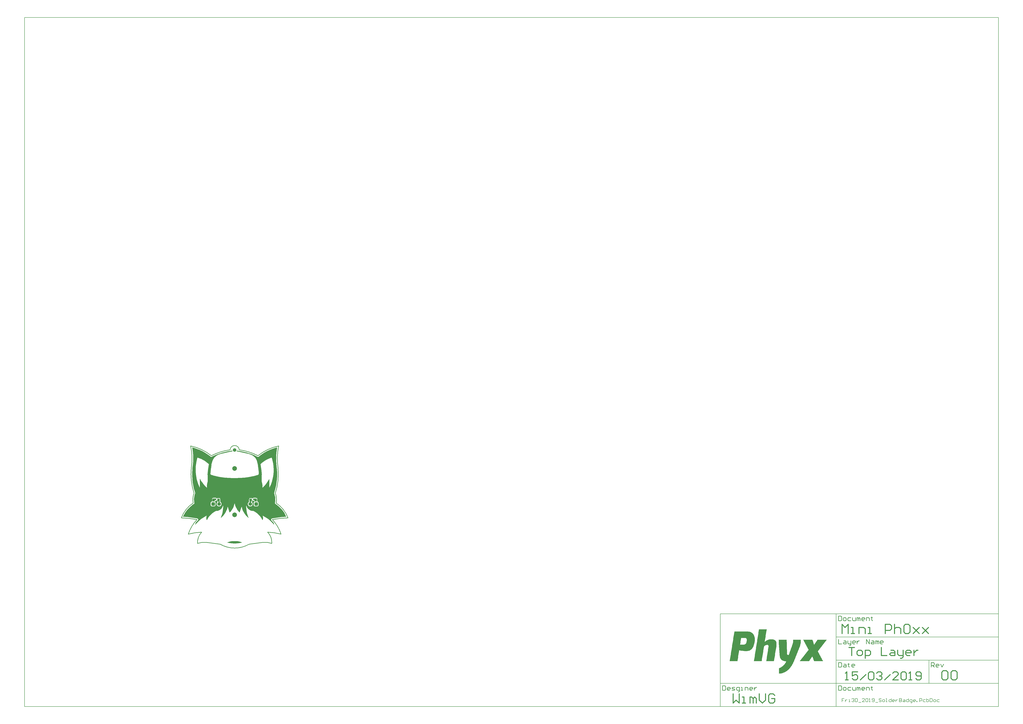
<source format=gtl>
G04*
G04 #@! TF.GenerationSoftware,Altium Limited,Altium Designer,18.1.9 (240)*
G04*
G04 Layer_Physical_Order=1*
G04 Layer_Color=3394611*
%FSLAX25Y25*%
%MOIN*%
G70*
G01*
G75*
%ADD10C,0.00787*%
%ADD16C,0.00984*%
%ADD17C,0.01575*%
%ADD18R,0.03937X0.05118*%
%ADD26C,0.01968*%
%ADD27C,0.02756*%
%ADD28C,0.05906*%
%ADD29C,0.07874*%
G04:AMPARAMS|DCode=30|XSize=60mil|YSize=60mil|CornerRadius=15mil|HoleSize=0mil|Usage=FLASHONLY|Rotation=0.000|XOffset=0mil|YOffset=0mil|HoleType=Round|Shape=RoundedRectangle|*
%AMROUNDEDRECTD30*
21,1,0.06000,0.03000,0,0,0.0*
21,1,0.03000,0.06000,0,0,0.0*
1,1,0.03000,0.01500,-0.01500*
1,1,0.03000,-0.01500,-0.01500*
1,1,0.03000,-0.01500,0.01500*
1,1,0.03000,0.01500,0.01500*
%
%ADD30ROUNDEDRECTD30*%
%ADD31C,0.06000*%
%ADD32C,0.02756*%
G36*
X-68188Y169601D02*
X-63641Y168113D01*
X-59195Y166347D01*
X-54867Y164309D01*
X-50672Y162008D01*
X-46628Y159452D01*
X-42742Y156646D01*
X-40870Y155137D01*
X-40543Y154966D01*
X-40219Y154787D01*
X-40196Y154785D01*
X-40176Y154774D01*
X-39808Y154741D01*
X-39441Y154700D01*
X-39419Y154706D01*
X-39396Y154704D01*
X-39044Y154815D01*
X-38688Y154917D01*
X-36755Y155918D01*
X-32799Y157740D01*
X-28764Y159379D01*
X-24658Y160831D01*
X-20489Y162093D01*
X-16268Y163163D01*
X-12002Y164039D01*
X-7708Y164716D01*
X-5550Y164938D01*
X-5385Y164989D01*
X-5214Y165002D01*
X-5015Y165103D01*
X-4801Y165169D01*
X-4669Y165278D01*
X-4516Y165356D01*
X-4370Y165526D01*
X-4198Y165668D01*
X-4118Y165820D01*
X-4107Y165833D01*
X-4103Y165832D01*
X-4028Y165259D01*
X-3611Y164254D01*
X-3452Y164046D01*
X-3453Y164043D01*
X-6251Y163643D01*
X-12286Y162534D01*
X-18271Y161185D01*
X-24198Y159599D01*
X-27127Y158689D01*
Y158689D01*
X-27403Y158581D01*
X-27949Y158349D01*
X-28488Y158103D01*
X-29020Y157841D01*
X-29283Y157703D01*
X-29775Y157446D01*
X-30724Y156870D01*
X-31634Y156234D01*
X-32501Y155541D01*
X-32912Y155168D01*
X-32912D01*
X-33314Y154797D01*
X-34069Y154006D01*
X-34769Y153165D01*
X-35412Y152281D01*
X-35704Y151818D01*
X-35857Y151576D01*
X-36149Y151084D01*
X-36426Y150582D01*
X-36689Y150073D01*
X-36812Y149815D01*
X-36943Y149542D01*
X-37191Y148989D01*
X-37424Y148430D01*
X-37642Y147865D01*
X-37853Y147275D01*
X-38058Y146660D01*
X-38249Y146041D01*
X-38427Y145418D01*
X-38509Y145105D01*
X-38690Y144401D01*
X-39005Y142981D01*
X-39273Y141552D01*
X-39494Y140115D01*
X-39581Y139393D01*
X-39752Y138079D01*
X-39935Y136700D01*
X-40124Y135282D01*
X-40311Y133850D01*
X-40490Y132431D01*
X-40652Y131050D01*
X-40791Y129733D01*
X-40791Y129733D01*
X-40792Y129729D01*
X-40807Y129580D01*
X-40835Y129273D01*
X-40862Y128966D01*
X-40888Y128659D01*
X-40900Y128506D01*
X-40922Y128246D01*
X-40955Y127726D01*
X-40979Y127205D01*
X-40993Y126684D01*
X-40995Y126424D01*
X-40995Y126424D01*
X-40995Y126424D01*
X-40997Y126005D01*
X-40723Y125215D01*
X-40203Y124559D01*
X-39496Y124112D01*
X-39092Y124019D01*
X-39088Y124018D01*
X-39088Y124018D01*
X-38922Y123978D01*
X-38591Y123894D01*
X-38262Y123806D01*
X-37933Y123713D01*
X-37769Y123665D01*
X-36009Y123150D01*
Y123150D01*
X-34968Y122843D01*
X-32872Y122280D01*
X-30763Y121767D01*
X-28642Y121306D01*
X-27577Y121100D01*
Y121100D01*
X-27577Y121100D01*
X-27075Y121003D01*
X-26070Y120820D01*
X-25062Y120646D01*
X-24053Y120483D01*
X-23548Y120406D01*
X-22960Y120316D01*
X-21780Y120149D01*
X-20600Y119994D01*
X-19418Y119850D01*
X-18830Y119784D01*
X-18826Y119784D01*
X-18826Y119784D01*
X-18144Y119708D01*
X-16779Y119569D01*
X-15412Y119444D01*
X-14044Y119331D01*
X-13364Y119282D01*
X-13360Y119282D01*
Y119282D01*
X-13360Y119282D01*
X-11692Y119164D01*
X-8352Y118989D01*
X-5010Y118874D01*
X-1666Y118820D01*
X6Y118824D01*
X6Y118824D01*
X6Y118824D01*
X891Y118823D01*
X2661Y118838D01*
X4432Y118869D01*
X6201Y118915D01*
X7086Y118946D01*
X7086Y118946D01*
Y118946D01*
X7867Y118973D01*
X9428Y119042D01*
X10988Y119126D01*
X12548Y119224D01*
X13323Y119280D01*
X13327Y119281D01*
X13327Y119281D01*
X13327Y119281D01*
X14010Y119330D01*
X15374Y119442D01*
X16738Y119567D01*
X18100Y119706D01*
X18776Y119781D01*
X18780Y119781D01*
Y119781D01*
X19371Y119847D01*
X20551Y119991D01*
X21730Y120146D01*
X22907Y120312D01*
X23494Y120402D01*
X24784Y120594D01*
X27351Y121050D01*
X29905Y121578D01*
X32443Y122176D01*
X33704Y122510D01*
X33986Y122586D01*
X34552Y122740D01*
X35116Y122898D01*
X35680Y123058D01*
X35961Y123140D01*
X35961Y123140D01*
Y123140D01*
X36346Y123256D01*
X37118Y123482D01*
X37892Y123700D01*
X38668Y123908D01*
X39058Y124009D01*
X39472Y124104D01*
X40188Y124561D01*
X40709Y125231D01*
X40976Y126038D01*
X40966Y126463D01*
X40966Y126463D01*
X40966Y126463D01*
X40963Y126584D01*
X40956Y126827D01*
X40946Y127069D01*
X40935Y127312D01*
X40928Y127433D01*
X40920Y127572D01*
X40903Y127849D01*
X40884Y128127D01*
X40864Y128405D01*
X40853Y128543D01*
X40748Y129769D01*
X40617Y131083D01*
X40465Y132460D01*
X40299Y133875D01*
X40124Y135302D01*
X39944Y136714D01*
X39594Y139390D01*
X39594Y139393D01*
X39594Y139393D01*
X39594Y139393D01*
X39540Y139805D01*
X39421Y140628D01*
X39292Y141448D01*
X39151Y142268D01*
X39075Y142676D01*
X39075Y142676D01*
X39075Y142676D01*
X39008Y143041D01*
X38860Y143769D01*
X38700Y144494D01*
X38528Y145216D01*
X38435Y145575D01*
X38435D01*
X38352Y145898D01*
X38172Y146539D01*
X37977Y147176D01*
X37769Y147808D01*
X37557Y148406D01*
X37340Y148969D01*
X37107Y149525D01*
X36860Y150075D01*
X36730Y150343D01*
X36729Y150347D01*
X36729Y150347D01*
X36729Y150347D01*
X36388Y151071D01*
X35559Y152440D01*
X34590Y153715D01*
X33493Y154881D01*
X32887Y155403D01*
Y155403D01*
X32887Y155403D01*
X32687Y155573D01*
X32277Y155899D01*
X31857Y156212D01*
X31426Y156510D01*
X31206Y156652D01*
X30727Y156956D01*
X29739Y157516D01*
X28724Y158024D01*
X27685Y158482D01*
X27155Y158684D01*
X24224Y159595D01*
X18293Y161182D01*
X12304Y162532D01*
X6266Y163642D01*
X3454Y164044D01*
X3453Y164048D01*
X3611Y164254D01*
X4028Y165259D01*
X4108Y165873D01*
X4112Y165874D01*
X4162Y165817D01*
X4234Y165679D01*
X4417Y165524D01*
X4575Y165344D01*
X4714Y165274D01*
X4833Y165174D01*
X5061Y165102D01*
X5276Y164995D01*
X5431Y164985D01*
X5579Y164938D01*
X7743Y164697D01*
X12046Y164018D01*
X16312Y163143D01*
X20533Y162073D01*
X24702Y160810D01*
X28808Y159358D01*
X32843Y157720D01*
X36799Y155897D01*
X38733Y154897D01*
X39096Y154792D01*
X39458Y154682D01*
X39472Y154683D01*
X39485Y154680D01*
X39861Y154722D01*
X40238Y154759D01*
X40250Y154765D01*
X40263Y154767D01*
X40594Y154949D01*
X40928Y155128D01*
X42777Y156646D01*
X46656Y159447D01*
X50700Y162003D01*
X54894Y164304D01*
X59223Y166341D01*
X63669Y168107D01*
X68216Y169596D01*
X72239Y170642D01*
X72242Y170640D01*
X71555Y166662D01*
X71556Y166614D01*
X71541Y166569D01*
X70961Y161921D01*
X70964Y161874D01*
X70951Y161828D01*
X70588Y157158D01*
X70594Y157111D01*
X70583Y157064D01*
X70439Y152383D01*
X70447Y152336D01*
X70439Y152289D01*
X70514Y147606D01*
X70524Y147559D01*
X70517Y147512D01*
X70811Y142837D01*
X70824Y142791D01*
X70819Y142744D01*
X71331Y138088D01*
X71342Y138054D01*
X71340Y138018D01*
X71672Y135743D01*
X71939Y133143D01*
X72202Y127837D01*
X72185Y122525D01*
X71889Y117221D01*
X71315Y111940D01*
X70463Y106696D01*
X69336Y101505D01*
X67938Y96379D01*
X67105Y93857D01*
X67071Y93580D01*
X67005Y93309D01*
X67023Y93195D01*
X67009Y93080D01*
X67083Y92811D01*
X67127Y92535D01*
X67474Y91591D01*
X68043Y89660D01*
X68483Y87696D01*
X68792Y85707D01*
X68968Y83702D01*
X69012Y81690D01*
X68923Y79680D01*
X68702Y77679D01*
X68525Y76689D01*
X68533Y76305D01*
X68537Y75921D01*
X68540Y75914D01*
X68541Y75906D01*
X68694Y75554D01*
X68845Y75201D01*
X68851Y75196D01*
X68854Y75188D01*
X69130Y74923D01*
X69406Y74654D01*
X71054Y73581D01*
X74167Y71178D01*
X77078Y68533D01*
X79768Y65664D01*
X82220Y62589D01*
X84418Y59326D01*
X86347Y55899D01*
X87644Y53089D01*
X87642Y53085D01*
X87137Y53068D01*
X87105Y53061D01*
X87073Y53065D01*
X80376Y52628D01*
X80335Y52617D01*
X80292Y52621D01*
X73620Y51903D01*
X73579Y51891D01*
X73536Y51893D01*
X66899Y50895D01*
X66865Y50883D01*
X66829Y50883D01*
X63541Y50269D01*
X63357Y50195D01*
X63162Y50159D01*
X62997Y50051D01*
X62814Y49978D01*
X62672Y49839D01*
X62506Y49731D01*
X62395Y49568D01*
X62253Y49430D01*
X62176Y49248D01*
X62064Y49085D01*
X62023Y48892D01*
X61945Y48710D01*
X61943Y48512D01*
X61902Y48319D01*
X61939Y48125D01*
X61936Y47927D01*
X62010Y47743D01*
X62046Y47549D01*
X62154Y47383D01*
X62227Y47200D01*
X62366Y47059D01*
X62474Y46893D01*
X63703Y45636D01*
X66011Y42983D01*
X66455Y42408D01*
X66853Y40554D01*
X66966Y39369D01*
X66962Y39367D01*
X66951Y39371D01*
X65955Y40609D01*
X63857Y42995D01*
X61623Y45255D01*
X59262Y47381D01*
X56782Y49366D01*
X54190Y51204D01*
X51495Y52888D01*
X48707Y54412D01*
X47281Y55113D01*
X47266Y55118D01*
X47490Y54660D01*
X47831Y53699D01*
X48062Y52705D01*
X48177Y51691D01*
Y50671D01*
X48062Y49658D01*
X47831Y48664D01*
X47490Y47703D01*
X47268Y47249D01*
X47264Y47249D01*
X46640Y48519D01*
X45223Y50978D01*
X43596Y53305D01*
X41773Y55481D01*
X39766Y57489D01*
X37591Y59313D01*
X35266Y60941D01*
X32806Y62359D01*
X31533Y62986D01*
X31533Y62986D01*
X30777Y62968D01*
X29272Y63129D01*
X27802Y63485D01*
X26391Y64029D01*
X25063Y64754D01*
X23841Y65645D01*
X22745Y66689D01*
X21795Y67866D01*
X21008Y69157D01*
X20395Y70540D01*
X19968Y71991D01*
X19734Y73486D01*
X19716Y74242D01*
X19641Y72768D01*
X19621Y69817D01*
X19774Y66869D01*
X20099Y63936D01*
X20595Y61026D01*
X21261Y58151D01*
X22093Y55319D01*
X23090Y52541D01*
X23642Y51192D01*
X23639Y51189D01*
X22533Y52057D01*
X20436Y54025D01*
X18520Y56169D01*
X16801Y58475D01*
X15291Y60922D01*
X14003Y63494D01*
X12946Y66168D01*
X12129Y68925D01*
X11844Y70335D01*
X8706Y60272D01*
X8701Y60270D01*
X7812Y61086D01*
X6178Y62875D01*
X4708Y64801D01*
X3414Y66849D01*
X2305Y69003D01*
X1390Y71246D01*
X676Y73561D01*
X170Y75930D01*
X21Y77132D01*
X-127Y75930D01*
X-634Y73561D01*
X-1347Y71246D01*
X-2262Y69003D01*
X-3371Y66849D01*
X-4665Y64801D01*
X-6135Y62875D01*
X-7769Y61086D01*
X-8659Y60270D01*
X-8663Y60271D01*
X-11801Y70335D01*
X-12086Y68925D01*
X-12903Y66168D01*
X-13960Y63494D01*
X-15248Y60922D01*
X-16758Y58475D01*
X-18477Y56169D01*
X-20393Y54025D01*
X-22490Y52057D01*
X-23596Y51189D01*
X-23600Y51192D01*
X-23047Y52541D01*
X-22050Y55319D01*
X-21218Y58151D01*
X-20552Y61026D01*
X-20056Y63936D01*
X-19731Y66869D01*
X-19578Y69817D01*
X-19598Y72768D01*
X-19673Y74242D01*
X-19691Y73486D01*
X-19925Y71991D01*
X-20352Y70540D01*
X-20965Y69157D01*
X-21753Y67866D01*
X-22702Y66689D01*
X-23798Y65645D01*
X-25020Y64754D01*
X-26348Y64029D01*
X-27759Y63485D01*
X-29230Y63129D01*
X-30734Y62968D01*
X-31490Y62986D01*
Y62986D01*
X-32763Y62359D01*
X-35223Y60941D01*
X-37549Y59313D01*
X-39723Y57489D01*
X-41730Y55481D01*
X-43554Y53305D01*
X-45180Y50978D01*
X-46597Y48519D01*
X-47221Y47249D01*
X-47225Y47249D01*
X-47447Y47703D01*
X-47789Y48664D01*
X-48019Y49658D01*
X-48134Y50671D01*
Y51691D01*
X-48019Y52705D01*
X-47789Y53699D01*
X-47447Y54660D01*
X-47223Y55118D01*
X-47238Y55113D01*
X-48664Y54412D01*
X-51452Y52888D01*
X-54147Y51204D01*
X-56739Y49366D01*
X-59219Y47381D01*
X-61580Y45255D01*
X-63814Y42995D01*
X-65912Y40609D01*
X-66908Y39371D01*
X-66920Y39367D01*
X-66923Y39369D01*
X-66810Y40554D01*
X-66404Y42443D01*
X-65983Y42988D01*
X-63676Y45641D01*
X-62435Y46909D01*
X-62324Y47078D01*
X-62183Y47224D01*
X-62112Y47403D01*
X-62007Y47564D01*
X-61969Y47763D01*
X-61895Y47952D01*
X-61898Y48145D01*
X-61862Y48334D01*
X-61904Y48532D01*
X-61907Y48735D01*
X-61984Y48912D01*
X-62023Y49100D01*
X-62137Y49268D01*
X-62218Y49453D01*
X-62356Y49588D01*
X-62465Y49747D01*
X-62635Y49858D01*
X-62780Y49999D01*
X-62959Y50069D01*
X-63121Y50175D01*
X-63320Y50212D01*
X-63508Y50287D01*
X-66809Y50890D01*
X-66841Y50890D01*
X-66872Y50901D01*
X-73508Y51898D01*
X-73551Y51896D01*
X-73592Y51909D01*
X-80265Y52627D01*
X-80307Y52623D01*
X-80349Y52634D01*
X-87046Y53071D01*
X-87077Y53066D01*
X-87109Y53074D01*
X-87615Y53091D01*
X-87617Y53094D01*
X-86319Y55905D01*
X-84390Y59332D01*
X-82192Y62594D01*
X-79741Y65670D01*
X-77051Y68539D01*
X-74140Y71184D01*
X-71026Y73587D01*
X-69378Y74660D01*
X-69103Y74928D01*
X-68827Y75194D01*
X-68824Y75201D01*
X-68818Y75207D01*
X-68667Y75560D01*
X-68513Y75911D01*
X-68513Y75919D01*
X-68510Y75927D01*
X-68505Y76310D01*
X-68497Y76694D01*
X-68674Y77685D01*
X-68896Y79685D01*
X-68985Y81696D01*
X-68941Y83708D01*
X-68764Y85713D01*
X-68455Y87702D01*
X-68015Y89666D01*
X-67447Y91596D01*
X-67099Y92541D01*
X-67056Y92817D01*
X-66981Y93086D01*
X-66995Y93200D01*
X-66978Y93314D01*
X-67043Y93586D01*
X-67077Y93863D01*
X-67910Y96385D01*
X-69309Y101510D01*
X-70435Y106702D01*
X-71287Y111945D01*
X-71862Y117226D01*
X-72158Y122530D01*
X-72174Y127843D01*
X-71911Y133148D01*
X-71644Y135748D01*
X-71313Y138024D01*
X-71315Y138060D01*
X-71304Y138094D01*
X-70792Y142750D01*
X-70796Y142797D01*
X-70784Y142843D01*
X-70490Y147518D01*
X-70496Y147565D01*
X-70486Y147611D01*
X-70411Y152295D01*
X-70420Y152341D01*
X-70412Y152388D01*
X-70556Y157070D01*
X-70567Y157116D01*
X-70561Y157164D01*
X-70924Y161833D01*
X-70936Y161879D01*
X-70933Y161927D01*
X-71513Y166574D01*
X-71529Y166620D01*
X-71527Y166667D01*
X-72214Y170645D01*
X-72211Y170648D01*
X-68188Y169601D01*
D02*
G37*
G36*
X4876Y11602D02*
X8073Y10994D01*
X11183Y10039D01*
X12677Y9394D01*
Y9394D01*
X11124Y9011D01*
X7976Y8435D01*
X4800Y8053D01*
X1606Y7865D01*
X6Y7868D01*
X6Y7868D01*
X-1594Y7864D01*
X-4787Y8053D01*
X-7963Y8436D01*
X-11110Y9012D01*
X-12663Y9396D01*
X-11170Y10040D01*
X-8059Y10994D01*
X-4863Y11602D01*
X-1620Y11856D01*
X6Y11804D01*
X1632Y11856D01*
X4876Y11602D01*
D02*
G37*
G36*
X1005337Y-155808D02*
X1005050D01*
Y-156094D01*
X1004764D01*
Y-156380D01*
Y-156667D01*
X1004478D01*
Y-156953D01*
X1004192D01*
Y-157239D01*
X1003905D01*
Y-157526D01*
Y-157812D01*
X1003619D01*
Y-158098D01*
X1003333D01*
Y-158385D01*
X1003046D01*
Y-158671D01*
X1002760D01*
Y-158957D01*
Y-159244D01*
X1002474D01*
Y-159530D01*
X1002187D01*
Y-159816D01*
X1001901D01*
Y-160102D01*
Y-160389D01*
X1001615D01*
Y-160675D01*
X1001328D01*
Y-160961D01*
X1001042D01*
Y-161248D01*
X1000756D01*
Y-161534D01*
Y-161820D01*
X1000469D01*
Y-162107D01*
X1000183D01*
Y-162393D01*
X999897D01*
Y-162679D01*
Y-162966D01*
X999611D01*
Y-163252D01*
X999324D01*
Y-163538D01*
X999038D01*
Y-163824D01*
Y-164111D01*
X998752D01*
Y-164397D01*
X998465D01*
Y-164683D01*
X998179D01*
Y-164970D01*
X997893D01*
Y-165256D01*
Y-165542D01*
X997606D01*
Y-165829D01*
X997320D01*
Y-166115D01*
X997034D01*
Y-166401D01*
Y-166688D01*
X996747D01*
Y-166974D01*
X996461D01*
Y-167260D01*
X996175D01*
Y-167547D01*
Y-167833D01*
X995889D01*
Y-168119D01*
X995602D01*
Y-168405D01*
X995316D01*
Y-168692D01*
X995030D01*
Y-168978D01*
Y-169264D01*
X994743D01*
Y-169551D01*
X994457D01*
Y-169837D01*
X994171D01*
Y-170123D01*
Y-170410D01*
X993884D01*
Y-170696D01*
X993598D01*
Y-170982D01*
X993312D01*
Y-171269D01*
Y-171555D01*
X993025D01*
Y-171841D01*
X992739D01*
Y-172127D01*
X992453D01*
Y-172414D01*
X992166D01*
Y-172700D01*
Y-172986D01*
X991880D01*
Y-173273D01*
X991594D01*
Y-173559D01*
X991308D01*
Y-173845D01*
Y-174132D01*
X991021D01*
Y-174418D01*
X990735D01*
Y-174704D01*
X990449D01*
Y-174991D01*
X990162D01*
Y-175277D01*
Y-175563D01*
X990449D01*
Y-175850D01*
Y-176136D01*
X990735D01*
Y-176422D01*
Y-176709D01*
X991021D01*
Y-176995D01*
X991308D01*
Y-177281D01*
Y-177568D01*
X991594D01*
Y-177854D01*
Y-178140D01*
X991880D01*
Y-178426D01*
Y-178713D01*
X992166D01*
Y-178999D01*
Y-179285D01*
X992453D01*
Y-179572D01*
Y-179858D01*
X992739D01*
Y-180144D01*
Y-180431D01*
X993025D01*
Y-180717D01*
Y-181003D01*
X993312D01*
Y-181290D01*
Y-181576D01*
X993598D01*
Y-181862D01*
X993884D01*
Y-182149D01*
Y-182435D01*
X994171D01*
Y-182721D01*
Y-183007D01*
X994457D01*
Y-183294D01*
Y-183580D01*
X994743D01*
Y-183866D01*
Y-184153D01*
X995030D01*
Y-184439D01*
Y-184725D01*
X995316D01*
Y-185012D01*
Y-185298D01*
X995602D01*
Y-185584D01*
Y-185871D01*
X995889D01*
Y-186157D01*
X996175D01*
Y-186443D01*
Y-186730D01*
X996461D01*
Y-187016D01*
Y-187302D01*
X996747D01*
Y-187588D01*
Y-187875D01*
X997034D01*
Y-188161D01*
Y-188447D01*
X997320D01*
Y-188734D01*
Y-189020D01*
X997606D01*
Y-189306D01*
Y-189593D01*
X997893D01*
Y-189879D01*
Y-190165D01*
X998179D01*
Y-190452D01*
X998465D01*
Y-190738D01*
Y-191024D01*
X998752D01*
Y-191311D01*
Y-191597D01*
X999038D01*
Y-191883D01*
X983863D01*
Y-191597D01*
X983577D01*
Y-191311D01*
Y-191024D01*
Y-190738D01*
X983291D01*
Y-190452D01*
Y-190165D01*
Y-189879D01*
X983004D01*
Y-189593D01*
Y-189306D01*
X982718D01*
Y-189020D01*
Y-188734D01*
Y-188447D01*
X982432D01*
Y-188161D01*
Y-187875D01*
Y-187588D01*
X982146D01*
Y-187302D01*
Y-187016D01*
X981859D01*
Y-186730D01*
Y-186443D01*
Y-186157D01*
X981573D01*
Y-185871D01*
Y-185584D01*
Y-185298D01*
X981287D01*
Y-185012D01*
Y-184725D01*
Y-184439D01*
X981000D01*
Y-184153D01*
X980428D01*
Y-184439D01*
Y-184725D01*
X980141D01*
Y-185012D01*
X979855D01*
Y-185298D01*
Y-185584D01*
X979569D01*
Y-185871D01*
X979282D01*
Y-186157D01*
Y-186443D01*
X978996D01*
Y-186730D01*
X978710D01*
Y-187016D01*
Y-187302D01*
X978423D01*
Y-187588D01*
X978137D01*
Y-187875D01*
X977851D01*
Y-188161D01*
Y-188447D01*
X977565D01*
Y-188734D01*
X977278D01*
Y-189020D01*
Y-189306D01*
X976992D01*
Y-189593D01*
X976705D01*
Y-189879D01*
Y-190165D01*
X976419D01*
Y-190452D01*
X976133D01*
Y-190738D01*
Y-191024D01*
X975847D01*
Y-191311D01*
X975560D01*
Y-191597D01*
Y-191883D01*
X959527D01*
Y-191597D01*
X959813D01*
Y-191311D01*
X960099D01*
Y-191024D01*
X960386D01*
Y-190738D01*
X960672D01*
Y-190452D01*
Y-190165D01*
X960958D01*
Y-189879D01*
X961245D01*
Y-189593D01*
X961531D01*
Y-189306D01*
X961817D01*
Y-189020D01*
Y-188734D01*
X962104D01*
Y-188447D01*
X962390D01*
Y-188161D01*
X962676D01*
Y-187875D01*
Y-187588D01*
X962963D01*
Y-187302D01*
X963249D01*
Y-187016D01*
X963535D01*
Y-186730D01*
X963822D01*
Y-186443D01*
Y-186157D01*
X964108D01*
Y-185871D01*
X964394D01*
Y-185584D01*
X964680D01*
Y-185298D01*
X964967D01*
Y-185012D01*
Y-184725D01*
X965253D01*
Y-184439D01*
X965539D01*
Y-184153D01*
X965826D01*
Y-183866D01*
Y-183580D01*
X966112D01*
Y-183294D01*
X966398D01*
Y-183007D01*
X966685D01*
Y-182721D01*
X966971D01*
Y-182435D01*
Y-182149D01*
X967257D01*
Y-181862D01*
X967544D01*
Y-181576D01*
X967830D01*
Y-181290D01*
Y-181003D01*
X968116D01*
Y-180717D01*
X968402D01*
Y-180431D01*
X968689D01*
Y-180144D01*
X968975D01*
Y-179858D01*
Y-179572D01*
X969261D01*
Y-179285D01*
X969548D01*
Y-178999D01*
X969834D01*
Y-178713D01*
Y-178426D01*
X970120D01*
Y-178140D01*
X970407D01*
Y-177854D01*
X970693D01*
Y-177568D01*
X970979D01*
Y-177281D01*
Y-176995D01*
X971266D01*
Y-176709D01*
X971552D01*
Y-176422D01*
X971838D01*
Y-176136D01*
X972124D01*
Y-175850D01*
Y-175563D01*
X972411D01*
Y-175277D01*
X972697D01*
Y-174991D01*
X972983D01*
Y-174704D01*
Y-174418D01*
X973270D01*
Y-174132D01*
X973556D01*
Y-173845D01*
X973842D01*
Y-173559D01*
X974129D01*
Y-173273D01*
Y-172986D01*
X974415D01*
Y-172700D01*
Y-172414D01*
Y-172127D01*
X974129D01*
Y-171841D01*
X973842D01*
Y-171555D01*
Y-171269D01*
X973556D01*
Y-170982D01*
Y-170696D01*
X973270D01*
Y-170410D01*
Y-170123D01*
X972983D01*
Y-169837D01*
Y-169551D01*
X972697D01*
Y-169264D01*
Y-168978D01*
X972411D01*
Y-168692D01*
Y-168405D01*
X972124D01*
Y-168119D01*
X971838D01*
Y-167833D01*
Y-167547D01*
X971552D01*
Y-167260D01*
Y-166974D01*
X971266D01*
Y-166688D01*
Y-166401D01*
X970979D01*
Y-166115D01*
Y-165829D01*
X970693D01*
Y-165542D01*
Y-165256D01*
X970407D01*
Y-164970D01*
Y-164683D01*
X970120D01*
Y-164397D01*
X969834D01*
Y-164111D01*
Y-163824D01*
X969548D01*
Y-163538D01*
Y-163252D01*
X969261D01*
Y-162966D01*
Y-162679D01*
X968975D01*
Y-162393D01*
Y-162107D01*
X968689D01*
Y-161820D01*
Y-161534D01*
X968402D01*
Y-161248D01*
Y-160961D01*
X968116D01*
Y-160675D01*
Y-160389D01*
X967830D01*
Y-160102D01*
X967544D01*
Y-159816D01*
Y-159530D01*
X967257D01*
Y-159244D01*
Y-158957D01*
X966971D01*
Y-158671D01*
Y-158385D01*
X966685D01*
Y-158098D01*
Y-157812D01*
X966398D01*
Y-157526D01*
Y-157239D01*
X966112D01*
Y-156953D01*
Y-156667D01*
X965826D01*
Y-156380D01*
X965539D01*
Y-156094D01*
Y-155808D01*
X965253D01*
Y-155521D01*
X981000D01*
Y-155808D01*
X981287D01*
Y-156094D01*
Y-156380D01*
Y-156667D01*
X981573D01*
Y-156953D01*
Y-157239D01*
Y-157526D01*
X981859D01*
Y-157812D01*
Y-158098D01*
Y-158385D01*
X982146D01*
Y-158671D01*
Y-158957D01*
Y-159244D01*
X982432D01*
Y-159530D01*
Y-159816D01*
Y-160102D01*
X982718D01*
Y-160389D01*
Y-160675D01*
Y-160961D01*
X983004D01*
Y-161248D01*
Y-161534D01*
Y-161820D01*
X983291D01*
Y-162107D01*
Y-162393D01*
Y-162679D01*
X983577D01*
Y-162966D01*
Y-163252D01*
Y-163538D01*
Y-163824D01*
X984150D01*
Y-163538D01*
X984436D01*
Y-163252D01*
X984722D01*
Y-162966D01*
Y-162679D01*
X985009D01*
Y-162393D01*
X985295D01*
Y-162107D01*
Y-161820D01*
X985581D01*
Y-161534D01*
X985868D01*
Y-161248D01*
Y-160961D01*
X986154D01*
Y-160675D01*
X986440D01*
Y-160389D01*
Y-160102D01*
X986726D01*
Y-159816D01*
X987013D01*
Y-159530D01*
Y-159244D01*
X987299D01*
Y-158957D01*
X987585D01*
Y-158671D01*
Y-158385D01*
X987872D01*
Y-158098D01*
X988158D01*
Y-157812D01*
Y-157526D01*
X988444D01*
Y-157239D01*
X988731D01*
Y-156953D01*
Y-156667D01*
X989017D01*
Y-156380D01*
X989303D01*
Y-156094D01*
Y-155808D01*
X989590D01*
Y-155521D01*
X1005337D01*
Y-155808D01*
D02*
G37*
G36*
X872201Y-141778D02*
X873919D01*
Y-142065D01*
X874778D01*
Y-142351D01*
X875637D01*
Y-142637D01*
X876496D01*
Y-142924D01*
X877069D01*
Y-143210D01*
X877355D01*
Y-143496D01*
X877928D01*
Y-143783D01*
X878214D01*
Y-144069D01*
X878786D01*
Y-144355D01*
X879073D01*
Y-144641D01*
X879359D01*
Y-144928D01*
X879646D01*
Y-145214D01*
X879932D01*
Y-145501D01*
X880218D01*
Y-145787D01*
X880504D01*
Y-146073D01*
Y-146359D01*
X880791D01*
Y-146646D01*
X881077D01*
Y-146932D01*
Y-147218D01*
X881363D01*
Y-147505D01*
X881650D01*
Y-147791D01*
Y-148077D01*
X881936D01*
Y-148364D01*
Y-148650D01*
Y-148936D01*
X882222D01*
Y-149223D01*
Y-149509D01*
Y-149795D01*
X882509D01*
Y-150082D01*
Y-150368D01*
Y-150654D01*
Y-150940D01*
X882795D01*
Y-151227D01*
Y-151513D01*
Y-151799D01*
Y-152086D01*
Y-152372D01*
X883081D01*
Y-152658D01*
Y-152945D01*
Y-153231D01*
Y-153517D01*
Y-153804D01*
Y-154090D01*
Y-154376D01*
Y-154663D01*
Y-154949D01*
Y-155235D01*
Y-155521D01*
Y-155808D01*
Y-156094D01*
Y-156380D01*
Y-156667D01*
Y-156953D01*
Y-157239D01*
Y-157526D01*
Y-157812D01*
Y-158098D01*
X882795D01*
Y-158385D01*
Y-158671D01*
Y-158957D01*
Y-159244D01*
Y-159530D01*
Y-159816D01*
Y-160102D01*
X882509D01*
Y-160389D01*
Y-160675D01*
Y-160961D01*
Y-161248D01*
Y-161534D01*
X882222D01*
Y-161820D01*
Y-162107D01*
Y-162393D01*
Y-162679D01*
Y-162966D01*
X881936D01*
Y-163252D01*
Y-163538D01*
Y-163824D01*
X881650D01*
Y-164111D01*
Y-164397D01*
Y-164683D01*
Y-164970D01*
X881363D01*
Y-165256D01*
Y-165542D01*
Y-165829D01*
X881077D01*
Y-166115D01*
Y-166401D01*
X880791D01*
Y-166688D01*
Y-166974D01*
Y-167260D01*
X880504D01*
Y-167547D01*
Y-167833D01*
X880218D01*
Y-168119D01*
Y-168405D01*
X879932D01*
Y-168692D01*
Y-168978D01*
X879646D01*
Y-169264D01*
X879359D01*
Y-169551D01*
Y-169837D01*
X879073D01*
Y-170123D01*
X878786D01*
Y-170410D01*
X878500D01*
Y-170696D01*
Y-170982D01*
X878214D01*
Y-171269D01*
X877928D01*
Y-171555D01*
X877641D01*
Y-171841D01*
X877355D01*
Y-172127D01*
X877069D01*
Y-172414D01*
X876496D01*
Y-172700D01*
X876210D01*
Y-172986D01*
X875637D01*
Y-173273D01*
X875351D01*
Y-173559D01*
X874778D01*
Y-173845D01*
X873919D01*
Y-174132D01*
X873060D01*
Y-174418D01*
X872201D01*
Y-174704D01*
X870483D01*
Y-174991D01*
X865330D01*
Y-174704D01*
X862753D01*
Y-174418D01*
X860749D01*
Y-174132D01*
X859317D01*
Y-173845D01*
X857886D01*
Y-173559D01*
X856454D01*
Y-173845D01*
Y-174132D01*
Y-174418D01*
Y-174704D01*
Y-174991D01*
Y-175277D01*
Y-175563D01*
X856168D01*
Y-175850D01*
Y-176136D01*
Y-176422D01*
Y-176709D01*
Y-176995D01*
Y-177281D01*
X855882D01*
Y-177568D01*
Y-177854D01*
Y-178140D01*
Y-178426D01*
Y-178713D01*
Y-178999D01*
X855595D01*
Y-179285D01*
Y-179572D01*
Y-179858D01*
Y-180144D01*
Y-180431D01*
Y-180717D01*
Y-181003D01*
X855309D01*
Y-181290D01*
Y-181576D01*
Y-181862D01*
Y-182149D01*
Y-182435D01*
Y-182721D01*
X855023D01*
Y-183007D01*
Y-183294D01*
Y-183580D01*
Y-183866D01*
Y-184153D01*
Y-184439D01*
X854736D01*
Y-184725D01*
Y-185012D01*
Y-185298D01*
Y-185584D01*
Y-185871D01*
Y-186157D01*
Y-186443D01*
X854450D01*
Y-186730D01*
Y-187016D01*
Y-187302D01*
Y-187588D01*
Y-187875D01*
Y-188161D01*
X854164D01*
Y-188447D01*
Y-188734D01*
Y-189020D01*
Y-189306D01*
Y-189593D01*
Y-189879D01*
X853877D01*
Y-190165D01*
Y-190452D01*
Y-190738D01*
Y-191024D01*
Y-191311D01*
Y-191597D01*
Y-191883D01*
X840421D01*
Y-191597D01*
X840707D01*
Y-191311D01*
Y-191024D01*
Y-190738D01*
Y-190452D01*
Y-190165D01*
X840993D01*
Y-189879D01*
Y-189593D01*
Y-189306D01*
Y-189020D01*
Y-188734D01*
Y-188447D01*
Y-188161D01*
X841280D01*
Y-187875D01*
Y-187588D01*
Y-187302D01*
Y-187016D01*
Y-186730D01*
Y-186443D01*
X841566D01*
Y-186157D01*
Y-185871D01*
Y-185584D01*
Y-185298D01*
Y-185012D01*
Y-184725D01*
X841852D01*
Y-184439D01*
Y-184153D01*
Y-183866D01*
Y-183580D01*
Y-183294D01*
Y-183007D01*
Y-182721D01*
X842138D01*
Y-182435D01*
Y-182149D01*
Y-181862D01*
Y-181576D01*
Y-181290D01*
Y-181003D01*
X842425D01*
Y-180717D01*
Y-180431D01*
Y-180144D01*
Y-179858D01*
Y-179572D01*
Y-179285D01*
X842711D01*
Y-178999D01*
Y-178713D01*
Y-178426D01*
Y-178140D01*
Y-177854D01*
Y-177568D01*
X842997D01*
Y-177281D01*
Y-176995D01*
Y-176709D01*
Y-176422D01*
Y-176136D01*
Y-175850D01*
Y-175563D01*
X843284D01*
Y-175277D01*
Y-174991D01*
Y-174704D01*
Y-174418D01*
Y-174132D01*
Y-173845D01*
X843570D01*
Y-173559D01*
Y-173273D01*
Y-172986D01*
Y-172700D01*
Y-172414D01*
Y-172127D01*
X843856D01*
Y-171841D01*
Y-171555D01*
Y-171269D01*
Y-170982D01*
Y-170696D01*
Y-170410D01*
X844143D01*
Y-170123D01*
Y-169837D01*
Y-169551D01*
Y-169264D01*
Y-168978D01*
Y-168692D01*
Y-168405D01*
X844429D01*
Y-168119D01*
Y-167833D01*
Y-167547D01*
Y-167260D01*
Y-166974D01*
Y-166688D01*
X844715D01*
Y-166401D01*
Y-166115D01*
Y-165829D01*
Y-165542D01*
Y-165256D01*
Y-164970D01*
X845002D01*
Y-164683D01*
Y-164397D01*
Y-164111D01*
Y-163824D01*
Y-163538D01*
Y-163252D01*
Y-162966D01*
X845288D01*
Y-162679D01*
Y-162393D01*
Y-162107D01*
Y-161820D01*
Y-161534D01*
Y-161248D01*
X845574D01*
Y-160961D01*
Y-160675D01*
Y-160389D01*
Y-160102D01*
Y-159816D01*
Y-159530D01*
X845861D01*
Y-159244D01*
Y-158957D01*
Y-158671D01*
Y-158385D01*
Y-158098D01*
Y-157812D01*
X846147D01*
Y-157526D01*
Y-157239D01*
Y-156953D01*
Y-156667D01*
Y-156380D01*
Y-156094D01*
Y-155808D01*
X846433D01*
Y-155521D01*
Y-155235D01*
Y-154949D01*
Y-154663D01*
Y-154376D01*
Y-154090D01*
X846719D01*
Y-153804D01*
Y-153517D01*
Y-153231D01*
Y-152945D01*
Y-152658D01*
Y-152372D01*
X847006D01*
Y-152086D01*
Y-151799D01*
Y-151513D01*
Y-151227D01*
Y-150940D01*
Y-150654D01*
Y-150368D01*
X847292D01*
Y-150082D01*
Y-149795D01*
Y-149509D01*
Y-149223D01*
Y-148936D01*
Y-148650D01*
X847578D01*
Y-148364D01*
Y-148077D01*
Y-147791D01*
Y-147505D01*
Y-147218D01*
Y-146932D01*
X847865D01*
Y-146646D01*
Y-146359D01*
Y-146073D01*
Y-145787D01*
Y-145501D01*
Y-145214D01*
Y-144928D01*
X848151D01*
Y-144641D01*
Y-144355D01*
Y-144069D01*
Y-143783D01*
Y-143496D01*
Y-143210D01*
X848437D01*
Y-142924D01*
Y-142637D01*
Y-142351D01*
Y-142065D01*
Y-141778D01*
Y-141492D01*
X872201D01*
Y-141778D01*
D02*
G37*
G36*
X961245Y-155808D02*
Y-156094D01*
Y-156380D01*
Y-156667D01*
Y-156953D01*
Y-157239D01*
Y-157526D01*
Y-157812D01*
Y-158098D01*
Y-158385D01*
Y-158671D01*
Y-158957D01*
Y-159244D01*
Y-159530D01*
Y-159816D01*
Y-160102D01*
Y-160389D01*
Y-160675D01*
Y-160961D01*
Y-161248D01*
Y-161534D01*
X960958D01*
Y-161820D01*
Y-162107D01*
Y-162393D01*
Y-162679D01*
Y-162966D01*
X960672D01*
Y-163252D01*
Y-163538D01*
Y-163824D01*
Y-164111D01*
X960386D01*
Y-164397D01*
Y-164683D01*
Y-164970D01*
Y-165256D01*
X960099D01*
Y-165542D01*
Y-165829D01*
Y-166115D01*
X959813D01*
Y-166401D01*
Y-166688D01*
Y-166974D01*
X959527D01*
Y-167260D01*
Y-167547D01*
Y-167833D01*
X959241D01*
Y-168119D01*
Y-168405D01*
Y-168692D01*
X958954D01*
Y-168978D01*
Y-169264D01*
X958668D01*
Y-169551D01*
Y-169837D01*
X958381D01*
Y-170123D01*
Y-170410D01*
Y-170696D01*
X958095D01*
Y-170982D01*
Y-171269D01*
X957809D01*
Y-171555D01*
Y-171841D01*
Y-172127D01*
X957523D01*
Y-172414D01*
Y-172700D01*
X957236D01*
Y-172986D01*
Y-173273D01*
Y-173559D01*
X956950D01*
Y-173845D01*
Y-174132D01*
X956664D01*
Y-174418D01*
Y-174704D01*
Y-174991D01*
X956377D01*
Y-175277D01*
Y-175563D01*
X956091D01*
Y-175850D01*
Y-176136D01*
Y-176422D01*
X955805D01*
Y-176709D01*
Y-176995D01*
X955518D01*
Y-177281D01*
Y-177568D01*
Y-177854D01*
X955232D01*
Y-178140D01*
Y-178426D01*
X954946D01*
Y-178713D01*
Y-178999D01*
Y-179285D01*
X954659D01*
Y-179572D01*
Y-179858D01*
X954373D01*
Y-180144D01*
Y-180431D01*
Y-180717D01*
X954087D01*
Y-181003D01*
Y-181290D01*
X953800D01*
Y-181576D01*
Y-181862D01*
Y-182149D01*
X953514D01*
Y-182435D01*
Y-182721D01*
X953228D01*
Y-183007D01*
Y-183294D01*
Y-183580D01*
X952942D01*
Y-183866D01*
Y-184153D01*
X952655D01*
Y-184439D01*
Y-184725D01*
Y-185012D01*
X952369D01*
Y-185298D01*
Y-185584D01*
X952083D01*
Y-185871D01*
Y-186157D01*
Y-186443D01*
X951796D01*
Y-186730D01*
Y-187016D01*
X951510D01*
Y-187302D01*
Y-187588D01*
Y-187875D01*
X951224D01*
Y-188161D01*
Y-188447D01*
X950937D01*
Y-188734D01*
Y-189020D01*
Y-189306D01*
X950651D01*
Y-189593D01*
Y-189879D01*
X950365D01*
Y-190165D01*
Y-190452D01*
Y-190738D01*
X950078D01*
Y-191024D01*
Y-191311D01*
X949792D01*
Y-191597D01*
Y-191883D01*
Y-192169D01*
X949506D01*
Y-192456D01*
Y-192742D01*
X949220D01*
Y-193028D01*
Y-193315D01*
X948933D01*
Y-193601D01*
Y-193887D01*
X948647D01*
Y-194174D01*
Y-194460D01*
Y-194746D01*
X948361D01*
Y-195033D01*
X948074D01*
Y-195319D01*
Y-195605D01*
Y-195891D01*
X947788D01*
Y-196178D01*
X947502D01*
Y-196464D01*
Y-196750D01*
X947215D01*
Y-197037D01*
Y-197323D01*
X946929D01*
Y-197609D01*
Y-197896D01*
X946643D01*
Y-198182D01*
Y-198468D01*
X946356D01*
Y-198755D01*
X946070D01*
Y-199041D01*
Y-199327D01*
X945784D01*
Y-199614D01*
Y-199900D01*
X945497D01*
Y-200186D01*
X945211D01*
Y-200472D01*
X944925D01*
Y-200759D01*
Y-201045D01*
X944639D01*
Y-201331D01*
X944352D01*
Y-201618D01*
Y-201904D01*
X944066D01*
Y-202190D01*
X943780D01*
Y-202477D01*
X943493D01*
Y-202763D01*
Y-203049D01*
X943207D01*
Y-203336D01*
X942921D01*
Y-203622D01*
X942634D01*
Y-203908D01*
X942348D01*
Y-204195D01*
X942062D01*
Y-204481D01*
Y-204767D01*
X941775D01*
Y-205053D01*
X941489D01*
Y-205340D01*
X941203D01*
Y-205626D01*
X940916D01*
Y-205912D01*
X940630D01*
Y-206199D01*
X940344D01*
Y-206485D01*
X940057D01*
Y-206771D01*
X939485D01*
Y-207058D01*
X939199D01*
Y-207344D01*
X938912D01*
Y-207630D01*
X938626D01*
Y-207917D01*
X938340D01*
Y-208203D01*
X937767D01*
Y-208489D01*
X937481D01*
Y-208776D01*
X936908D01*
Y-209062D01*
X936622D01*
Y-209348D01*
X936049D01*
Y-209634D01*
X935763D01*
Y-209921D01*
X935190D01*
Y-210207D01*
X934618D01*
Y-210493D01*
X934045D01*
Y-210780D01*
X933472D01*
Y-211066D01*
X932900D01*
Y-211352D01*
X932041D01*
Y-211639D01*
X931468D01*
Y-211925D01*
X930609D01*
Y-212211D01*
X929464D01*
Y-212498D01*
X928319D01*
Y-212784D01*
X926601D01*
Y-213070D01*
X924597D01*
Y-213357D01*
X924310D01*
Y-213070D01*
Y-212784D01*
Y-212498D01*
Y-212211D01*
Y-211925D01*
Y-211639D01*
Y-211352D01*
Y-211066D01*
Y-210780D01*
Y-210493D01*
Y-210207D01*
Y-209921D01*
Y-209634D01*
Y-209348D01*
Y-209062D01*
Y-208776D01*
Y-208489D01*
Y-208203D01*
Y-207917D01*
Y-207630D01*
Y-207344D01*
Y-207058D01*
Y-206771D01*
Y-206485D01*
Y-206199D01*
Y-205912D01*
Y-205626D01*
Y-205340D01*
Y-205053D01*
Y-204767D01*
Y-204481D01*
Y-204195D01*
Y-203908D01*
X924883D01*
Y-203622D01*
X925455D01*
Y-203336D01*
X926028D01*
Y-203049D01*
X926601D01*
Y-202763D01*
X927173D01*
Y-202477D01*
X927746D01*
Y-202190D01*
X928032D01*
Y-201904D01*
X928605D01*
Y-201618D01*
X928891D01*
Y-201331D01*
X929464D01*
Y-201045D01*
X929750D01*
Y-200759D01*
X930037D01*
Y-200472D01*
X930609D01*
Y-200186D01*
X930896D01*
Y-199900D01*
X931182D01*
Y-199614D01*
X931468D01*
Y-199327D01*
X931754D01*
Y-199041D01*
X932041D01*
Y-198755D01*
X932327D01*
Y-198468D01*
X932613D01*
Y-198182D01*
X932900D01*
Y-197896D01*
X933186D01*
Y-197609D01*
X933472D01*
Y-197323D01*
X933759D01*
Y-197037D01*
Y-196750D01*
X934045D01*
Y-196464D01*
X934331D01*
Y-196178D01*
X934618D01*
Y-195891D01*
Y-195605D01*
X934904D01*
Y-195319D01*
X935190D01*
Y-195033D01*
Y-194746D01*
X935476D01*
Y-194460D01*
Y-194174D01*
X935763D01*
Y-193887D01*
X936049D01*
Y-193601D01*
Y-193315D01*
X936335D01*
Y-193028D01*
Y-192742D01*
X936622D01*
Y-192456D01*
Y-192169D01*
X934904D01*
Y-191883D01*
X932900D01*
Y-191597D01*
X931754D01*
Y-191311D01*
X931182D01*
Y-191024D01*
X930323D01*
Y-190738D01*
X929750D01*
Y-190452D01*
X929464D01*
Y-190165D01*
X928891D01*
Y-189879D01*
X928605D01*
Y-189593D01*
X928319D01*
Y-189306D01*
X928032D01*
Y-189020D01*
X927746D01*
Y-188734D01*
X927460D01*
Y-188447D01*
Y-188161D01*
X927173D01*
Y-187875D01*
X926887D01*
Y-187588D01*
Y-187302D01*
X926601D01*
Y-187016D01*
Y-186730D01*
X926315D01*
Y-186443D01*
Y-186157D01*
X926028D01*
Y-185871D01*
Y-185584D01*
Y-185298D01*
X925742D01*
Y-185012D01*
Y-184725D01*
Y-184439D01*
Y-184153D01*
X925455D01*
Y-183866D01*
Y-183580D01*
Y-183294D01*
Y-183007D01*
Y-182721D01*
Y-182435D01*
Y-182149D01*
X925169D01*
Y-181862D01*
Y-181576D01*
Y-181290D01*
Y-181003D01*
Y-180717D01*
Y-180431D01*
Y-180144D01*
Y-179858D01*
Y-179572D01*
Y-179285D01*
Y-178999D01*
Y-178713D01*
Y-178426D01*
Y-178140D01*
Y-177854D01*
X924883D01*
Y-177568D01*
Y-177281D01*
Y-176995D01*
Y-176709D01*
Y-176422D01*
Y-176136D01*
Y-175850D01*
Y-175563D01*
Y-175277D01*
Y-174991D01*
Y-174704D01*
Y-174418D01*
Y-174132D01*
Y-173845D01*
Y-173559D01*
X924597D01*
Y-173273D01*
Y-172986D01*
Y-172700D01*
Y-172414D01*
Y-172127D01*
Y-171841D01*
Y-171555D01*
Y-171269D01*
Y-170982D01*
Y-170696D01*
Y-170410D01*
Y-170123D01*
Y-169837D01*
Y-169551D01*
Y-169264D01*
Y-168978D01*
X924310D01*
Y-168692D01*
Y-168405D01*
Y-168119D01*
Y-167833D01*
Y-167547D01*
Y-167260D01*
Y-166974D01*
Y-166688D01*
Y-166401D01*
Y-166115D01*
Y-165829D01*
Y-165542D01*
Y-165256D01*
Y-164970D01*
Y-164683D01*
Y-164397D01*
X924024D01*
Y-164111D01*
Y-163824D01*
Y-163538D01*
Y-163252D01*
Y-162966D01*
Y-162679D01*
Y-162393D01*
Y-162107D01*
Y-161820D01*
Y-161534D01*
Y-161248D01*
Y-160961D01*
Y-160675D01*
Y-160389D01*
X923738D01*
Y-160102D01*
Y-159816D01*
Y-159530D01*
Y-159244D01*
Y-158957D01*
Y-158671D01*
Y-158385D01*
Y-158098D01*
Y-157812D01*
Y-157526D01*
Y-157239D01*
Y-156953D01*
Y-156667D01*
Y-156380D01*
Y-156094D01*
Y-155808D01*
X923451D01*
Y-155521D01*
X937194D01*
Y-155808D01*
Y-156094D01*
Y-156380D01*
Y-156667D01*
Y-156953D01*
Y-157239D01*
Y-157526D01*
Y-157812D01*
Y-158098D01*
Y-158385D01*
Y-158671D01*
Y-158957D01*
Y-159244D01*
Y-159530D01*
X937481D01*
Y-159816D01*
Y-160102D01*
Y-160389D01*
Y-160675D01*
Y-160961D01*
Y-161248D01*
Y-161534D01*
Y-161820D01*
Y-162107D01*
Y-162393D01*
Y-162679D01*
Y-162966D01*
Y-163252D01*
Y-163538D01*
Y-163824D01*
Y-164111D01*
Y-164397D01*
Y-164683D01*
Y-164970D01*
Y-165256D01*
Y-165542D01*
Y-165829D01*
Y-166115D01*
Y-166401D01*
Y-166688D01*
Y-166974D01*
Y-167260D01*
Y-167547D01*
Y-167833D01*
Y-168119D01*
Y-168405D01*
Y-168692D01*
Y-168978D01*
Y-169264D01*
Y-169551D01*
Y-169837D01*
Y-170123D01*
Y-170410D01*
Y-170696D01*
Y-170982D01*
Y-171269D01*
X937767D01*
Y-171555D01*
X937481D01*
Y-171841D01*
Y-172127D01*
X937767D01*
Y-172414D01*
Y-172700D01*
Y-172986D01*
Y-173273D01*
Y-173559D01*
Y-173845D01*
Y-174132D01*
Y-174418D01*
Y-174704D01*
Y-174991D01*
Y-175277D01*
Y-175563D01*
Y-175850D01*
Y-176136D01*
Y-176422D01*
Y-176709D01*
Y-176995D01*
Y-177281D01*
Y-177568D01*
Y-177854D01*
Y-178140D01*
Y-178426D01*
Y-178713D01*
Y-178999D01*
Y-179285D01*
Y-179572D01*
X938053D01*
Y-179858D01*
Y-180144D01*
Y-180431D01*
X938340D01*
Y-180717D01*
X938626D01*
Y-181003D01*
X938912D01*
Y-181290D01*
X939771D01*
Y-181576D01*
X940630D01*
Y-181290D01*
X940916D01*
Y-181003D01*
Y-180717D01*
Y-180431D01*
X941203D01*
Y-180144D01*
Y-179858D01*
X941489D01*
Y-179572D01*
Y-179285D01*
Y-178999D01*
X941775D01*
Y-178713D01*
Y-178426D01*
Y-178140D01*
X942062D01*
Y-177854D01*
Y-177568D01*
Y-177281D01*
X942348D01*
Y-176995D01*
Y-176709D01*
Y-176422D01*
X942634D01*
Y-176136D01*
Y-175850D01*
X942921D01*
Y-175563D01*
Y-175277D01*
Y-174991D01*
X943207D01*
Y-174704D01*
Y-174418D01*
Y-174132D01*
X943493D01*
Y-173845D01*
Y-173559D01*
Y-173273D01*
X943780D01*
Y-172986D01*
Y-172700D01*
X944066D01*
Y-172414D01*
Y-172127D01*
Y-171841D01*
X944352D01*
Y-171555D01*
Y-171269D01*
Y-170982D01*
X944639D01*
Y-170696D01*
Y-170410D01*
Y-170123D01*
X944925D01*
Y-169837D01*
Y-169551D01*
X945211D01*
Y-169264D01*
Y-168978D01*
Y-168692D01*
X945497D01*
Y-168405D01*
Y-168119D01*
Y-167833D01*
X945784D01*
Y-167547D01*
Y-167260D01*
Y-166974D01*
X946070D01*
Y-166688D01*
Y-166401D01*
X946356D01*
Y-166115D01*
Y-165829D01*
Y-165542D01*
X946643D01*
Y-165256D01*
Y-164970D01*
Y-164683D01*
X946929D01*
Y-164397D01*
Y-164111D01*
Y-163824D01*
X947215D01*
Y-163538D01*
Y-163252D01*
Y-162966D01*
Y-162679D01*
X947502D01*
Y-162393D01*
Y-162107D01*
Y-161820D01*
Y-161534D01*
X947788D01*
Y-161248D01*
Y-160961D01*
Y-160675D01*
Y-160389D01*
Y-160102D01*
X948074D01*
Y-159816D01*
Y-159530D01*
Y-159244D01*
Y-158957D01*
Y-158671D01*
Y-158385D01*
X948361D01*
Y-158098D01*
Y-157812D01*
Y-157526D01*
Y-157239D01*
Y-156953D01*
Y-156667D01*
Y-156380D01*
Y-156094D01*
Y-155808D01*
Y-155521D01*
X961245D01*
Y-155808D01*
D02*
G37*
G36*
X903409Y-138343D02*
Y-138629D01*
X903123D01*
Y-138915D01*
Y-139202D01*
Y-139488D01*
Y-139774D01*
Y-140060D01*
Y-140347D01*
X902837D01*
Y-140633D01*
Y-140919D01*
Y-141206D01*
Y-141492D01*
Y-141778D01*
Y-142065D01*
X902551D01*
Y-142351D01*
Y-142637D01*
Y-142924D01*
Y-143210D01*
Y-143496D01*
Y-143783D01*
Y-144069D01*
X902264D01*
Y-144355D01*
Y-144641D01*
Y-144928D01*
Y-145214D01*
Y-145501D01*
Y-145787D01*
X901978D01*
Y-146073D01*
Y-146359D01*
Y-146646D01*
Y-146932D01*
Y-147218D01*
Y-147505D01*
X901692D01*
Y-147791D01*
Y-148077D01*
Y-148364D01*
Y-148650D01*
Y-148936D01*
Y-149223D01*
Y-149509D01*
X901405D01*
Y-149795D01*
Y-150082D01*
Y-150368D01*
Y-150654D01*
Y-150940D01*
Y-151227D01*
X901119D01*
Y-151513D01*
Y-151799D01*
Y-152086D01*
Y-152372D01*
Y-152658D01*
Y-152945D01*
X900833D01*
Y-153231D01*
Y-153517D01*
Y-153804D01*
Y-154090D01*
Y-154376D01*
Y-154663D01*
X900546D01*
Y-154949D01*
Y-155235D01*
Y-155521D01*
Y-155808D01*
Y-156094D01*
Y-156380D01*
Y-156667D01*
X900260D01*
Y-156953D01*
Y-157239D01*
Y-157526D01*
Y-157812D01*
Y-158098D01*
Y-158385D01*
X899974D01*
Y-158671D01*
Y-158957D01*
X900546D01*
Y-158671D01*
X900833D01*
Y-158385D01*
X901119D01*
Y-158098D01*
X901692D01*
Y-157812D01*
X901978D01*
Y-157526D01*
X902264D01*
Y-157239D01*
X902837D01*
Y-156953D01*
X903409D01*
Y-156667D01*
X903696D01*
Y-156380D01*
X904268D01*
Y-156094D01*
X905127D01*
Y-155808D01*
X905700D01*
Y-155521D01*
X906559D01*
Y-155235D01*
X907990D01*
Y-154949D01*
X914289D01*
Y-155235D01*
X915435D01*
Y-155521D01*
X916294D01*
Y-155808D01*
X916866D01*
Y-156094D01*
X917153D01*
Y-156380D01*
X917725D01*
Y-156667D01*
X918011D01*
Y-156953D01*
X918298D01*
Y-157239D01*
X918584D01*
Y-157526D01*
X918870D01*
Y-157812D01*
Y-158098D01*
X919157D01*
Y-158385D01*
Y-158671D01*
X919443D01*
Y-158957D01*
Y-159244D01*
Y-159530D01*
X919729D01*
Y-159816D01*
Y-160102D01*
Y-160389D01*
Y-160675D01*
X920016D01*
Y-160961D01*
Y-161248D01*
Y-161534D01*
Y-161820D01*
Y-162107D01*
Y-162393D01*
Y-162679D01*
Y-162966D01*
Y-163252D01*
Y-163538D01*
Y-163824D01*
Y-164111D01*
Y-164397D01*
Y-164683D01*
Y-164970D01*
Y-165256D01*
Y-165542D01*
Y-165829D01*
X919729D01*
Y-166115D01*
Y-166401D01*
Y-166688D01*
Y-166974D01*
Y-167260D01*
Y-167547D01*
Y-167833D01*
X919443D01*
Y-168119D01*
Y-168405D01*
Y-168692D01*
Y-168978D01*
Y-169264D01*
Y-169551D01*
Y-169837D01*
X919157D01*
Y-170123D01*
Y-170410D01*
Y-170696D01*
Y-170982D01*
Y-171269D01*
Y-171555D01*
X918870D01*
Y-171841D01*
Y-172127D01*
Y-172414D01*
Y-172700D01*
Y-172986D01*
Y-173273D01*
X918584D01*
Y-173559D01*
Y-173845D01*
Y-174132D01*
Y-174418D01*
Y-174704D01*
Y-174991D01*
X918298D01*
Y-175277D01*
Y-175563D01*
Y-175850D01*
Y-176136D01*
Y-176422D01*
Y-176709D01*
Y-176995D01*
X918011D01*
Y-177281D01*
Y-177568D01*
Y-177854D01*
Y-178140D01*
Y-178426D01*
Y-178713D01*
X917725D01*
Y-178999D01*
Y-179285D01*
Y-179572D01*
Y-179858D01*
Y-180144D01*
Y-180431D01*
X917439D01*
Y-180717D01*
Y-181003D01*
Y-181290D01*
Y-181576D01*
Y-181862D01*
Y-182149D01*
Y-182435D01*
X917153D01*
Y-182721D01*
Y-183007D01*
Y-183294D01*
Y-183580D01*
Y-183866D01*
Y-184153D01*
X916866D01*
Y-184439D01*
Y-184725D01*
Y-185012D01*
Y-185298D01*
Y-185584D01*
Y-185871D01*
X916580D01*
Y-186157D01*
Y-186443D01*
Y-186730D01*
Y-187016D01*
Y-187302D01*
Y-187588D01*
X916294D01*
Y-187875D01*
Y-188161D01*
Y-188447D01*
Y-188734D01*
Y-189020D01*
Y-189306D01*
Y-189593D01*
X916007D01*
Y-189879D01*
Y-190165D01*
Y-190452D01*
Y-190738D01*
Y-191024D01*
Y-191311D01*
X915721D01*
Y-191597D01*
Y-191883D01*
X902551D01*
Y-191597D01*
Y-191311D01*
X902837D01*
Y-191024D01*
Y-190738D01*
Y-190452D01*
Y-190165D01*
Y-189879D01*
Y-189593D01*
X903123D01*
Y-189306D01*
Y-189020D01*
Y-188734D01*
Y-188447D01*
Y-188161D01*
Y-187875D01*
Y-187588D01*
X903409D01*
Y-187302D01*
Y-187016D01*
Y-186730D01*
Y-186443D01*
Y-186157D01*
Y-185871D01*
X903696D01*
Y-185584D01*
Y-185298D01*
Y-185012D01*
Y-184725D01*
Y-184439D01*
Y-184153D01*
X903982D01*
Y-183866D01*
Y-183580D01*
Y-183294D01*
Y-183007D01*
Y-182721D01*
Y-182435D01*
Y-182149D01*
X904268D01*
Y-181862D01*
Y-181576D01*
Y-181290D01*
Y-181003D01*
Y-180717D01*
Y-180431D01*
X904555D01*
Y-180144D01*
Y-179858D01*
Y-179572D01*
Y-179285D01*
Y-178999D01*
Y-178713D01*
Y-178426D01*
X904841D01*
Y-178140D01*
Y-177854D01*
Y-177568D01*
Y-177281D01*
Y-176995D01*
Y-176709D01*
X905127D01*
Y-176422D01*
Y-176136D01*
Y-175850D01*
Y-175563D01*
Y-175277D01*
Y-174991D01*
X905414D01*
Y-174704D01*
Y-174418D01*
Y-174132D01*
Y-173845D01*
Y-173559D01*
Y-173273D01*
X905700D01*
Y-172986D01*
Y-172700D01*
Y-172414D01*
Y-172127D01*
Y-171841D01*
Y-171555D01*
Y-171269D01*
X905986D01*
Y-170982D01*
Y-170696D01*
Y-170410D01*
Y-170123D01*
Y-169837D01*
Y-169551D01*
X906273D01*
Y-169264D01*
Y-168978D01*
Y-168692D01*
Y-168405D01*
Y-168119D01*
Y-167833D01*
Y-167547D01*
X906559D01*
Y-167260D01*
Y-166974D01*
Y-166688D01*
Y-166401D01*
Y-166115D01*
Y-165829D01*
X906273D01*
Y-165542D01*
Y-165256D01*
X905986D01*
Y-164970D01*
X905700D01*
Y-164683D01*
X905127D01*
Y-164397D01*
X903409D01*
Y-164683D01*
X901978D01*
Y-164970D01*
X901119D01*
Y-165256D01*
X900546D01*
Y-165542D01*
X900260D01*
Y-165829D01*
X899687D01*
Y-166115D01*
X899401D01*
Y-166401D01*
X899115D01*
Y-166688D01*
Y-166974D01*
X898828D01*
Y-167260D01*
Y-167547D01*
Y-167833D01*
X898542D01*
Y-168119D01*
Y-168405D01*
Y-168692D01*
Y-168978D01*
Y-169264D01*
Y-169551D01*
X898256D01*
Y-169837D01*
Y-170123D01*
Y-170410D01*
Y-170696D01*
Y-170982D01*
Y-171269D01*
Y-171555D01*
X897970D01*
Y-171841D01*
Y-172127D01*
Y-172414D01*
Y-172700D01*
Y-172986D01*
Y-173273D01*
X897683D01*
Y-173559D01*
Y-173845D01*
Y-174132D01*
Y-174418D01*
Y-174704D01*
Y-174991D01*
X897397D01*
Y-175277D01*
Y-175563D01*
Y-175850D01*
Y-176136D01*
Y-176422D01*
Y-176709D01*
X897111D01*
Y-176995D01*
Y-177281D01*
Y-177568D01*
Y-177854D01*
Y-178140D01*
Y-178426D01*
Y-178713D01*
X896824D01*
Y-178999D01*
Y-179285D01*
Y-179572D01*
Y-179858D01*
Y-180144D01*
Y-180431D01*
X896538D01*
Y-180717D01*
Y-181003D01*
Y-181290D01*
Y-181576D01*
Y-181862D01*
Y-182149D01*
X896252D01*
Y-182435D01*
Y-182721D01*
Y-183007D01*
Y-183294D01*
Y-183580D01*
Y-183866D01*
Y-184153D01*
X895965D01*
Y-184439D01*
Y-184725D01*
Y-185012D01*
Y-185298D01*
Y-185584D01*
Y-185871D01*
X895679D01*
Y-186157D01*
Y-186443D01*
Y-186730D01*
Y-187016D01*
Y-187302D01*
Y-187588D01*
X895393D01*
Y-187875D01*
Y-188161D01*
Y-188447D01*
Y-188734D01*
Y-189020D01*
Y-189306D01*
X895106D01*
Y-189593D01*
Y-189879D01*
Y-190165D01*
Y-190452D01*
Y-190738D01*
Y-191024D01*
Y-191311D01*
X894820D01*
Y-191597D01*
Y-191883D01*
X881650D01*
Y-191597D01*
Y-191311D01*
X881936D01*
Y-191024D01*
Y-190738D01*
Y-190452D01*
Y-190165D01*
Y-189879D01*
Y-189593D01*
Y-189306D01*
X882222D01*
Y-189020D01*
Y-188734D01*
Y-188447D01*
Y-188161D01*
Y-187875D01*
Y-187588D01*
X882509D01*
Y-187302D01*
Y-187016D01*
Y-186730D01*
Y-186443D01*
Y-186157D01*
Y-185871D01*
X882795D01*
Y-185584D01*
Y-185298D01*
Y-185012D01*
Y-184725D01*
Y-184439D01*
Y-184153D01*
Y-183866D01*
X883081D01*
Y-183580D01*
Y-183294D01*
Y-183007D01*
Y-182721D01*
Y-182435D01*
Y-182149D01*
X883368D01*
Y-181862D01*
Y-181576D01*
Y-181290D01*
Y-181003D01*
Y-180717D01*
Y-180431D01*
X883654D01*
Y-180144D01*
Y-179858D01*
Y-179572D01*
Y-179285D01*
Y-178999D01*
Y-178713D01*
X883940D01*
Y-178426D01*
Y-178140D01*
Y-177854D01*
Y-177568D01*
Y-177281D01*
Y-176995D01*
Y-176709D01*
X884227D01*
Y-176422D01*
Y-176136D01*
Y-175850D01*
Y-175563D01*
Y-175277D01*
Y-174991D01*
X884513D01*
Y-174704D01*
Y-174418D01*
Y-174132D01*
Y-173845D01*
Y-173559D01*
Y-173273D01*
X884799D01*
Y-172986D01*
Y-172700D01*
Y-172414D01*
Y-172127D01*
Y-171841D01*
Y-171555D01*
Y-171269D01*
X885085D01*
Y-170982D01*
Y-170696D01*
Y-170410D01*
Y-170123D01*
Y-169837D01*
Y-169551D01*
X885372D01*
Y-169264D01*
Y-168978D01*
Y-168692D01*
Y-168405D01*
Y-168119D01*
Y-167833D01*
X885658D01*
Y-167547D01*
Y-167260D01*
Y-166974D01*
Y-166688D01*
Y-166401D01*
Y-166115D01*
X885944D01*
Y-165829D01*
Y-165542D01*
Y-165256D01*
Y-164970D01*
Y-164683D01*
Y-164397D01*
Y-164111D01*
X886231D01*
Y-163824D01*
Y-163538D01*
Y-163252D01*
Y-162966D01*
Y-162679D01*
Y-162393D01*
X886517D01*
Y-162107D01*
Y-161820D01*
Y-161534D01*
Y-161248D01*
Y-160961D01*
Y-160675D01*
X886803D01*
Y-160389D01*
Y-160102D01*
Y-159816D01*
Y-159530D01*
Y-159244D01*
Y-158957D01*
X887090D01*
Y-158671D01*
Y-158385D01*
Y-158098D01*
Y-157812D01*
Y-157526D01*
Y-157239D01*
Y-156953D01*
X887376D01*
Y-156667D01*
Y-156380D01*
Y-156094D01*
Y-155808D01*
Y-155521D01*
Y-155235D01*
X887662D01*
Y-154949D01*
Y-154663D01*
Y-154376D01*
Y-154090D01*
Y-153804D01*
Y-153517D01*
X887949D01*
Y-153231D01*
Y-152945D01*
Y-152658D01*
Y-152372D01*
Y-152086D01*
Y-151799D01*
Y-151513D01*
X888235D01*
Y-151227D01*
Y-150940D01*
Y-150654D01*
Y-150368D01*
Y-150082D01*
Y-149795D01*
X888521D01*
Y-149509D01*
Y-149223D01*
Y-148936D01*
Y-148650D01*
Y-148364D01*
Y-148077D01*
X888807D01*
Y-147791D01*
Y-147505D01*
Y-147218D01*
Y-146932D01*
Y-146646D01*
Y-146359D01*
X889094D01*
Y-146073D01*
Y-145787D01*
Y-145501D01*
Y-145214D01*
Y-144928D01*
Y-144641D01*
Y-144355D01*
X889380D01*
Y-144069D01*
Y-143783D01*
Y-143496D01*
Y-143210D01*
Y-142924D01*
Y-142637D01*
X889666D01*
Y-142351D01*
Y-142065D01*
Y-141778D01*
Y-141492D01*
Y-141206D01*
Y-140919D01*
X889953D01*
Y-140633D01*
Y-140347D01*
Y-140060D01*
Y-139774D01*
Y-139488D01*
Y-139202D01*
Y-138915D01*
X890239D01*
Y-138629D01*
Y-138343D01*
Y-138056D01*
X903409D01*
Y-138343D01*
D02*
G37*
%LPC*%
G36*
X62992Y153543D02*
X62992Y153543D01*
X61656Y153140D01*
X59036Y152178D01*
X56477Y151064D01*
X53987Y149803D01*
X51575Y148398D01*
X49250Y146854D01*
X47019Y145177D01*
X44890Y143372D01*
X43880Y142409D01*
X43880D01*
X44222Y140264D01*
X44851Y135968D01*
X45408Y131661D01*
X45893Y127346D01*
X46108Y125185D01*
Y125177D01*
X46108Y125177D01*
X46103Y125022D01*
X46064Y124716D01*
X45986Y124417D01*
X45871Y124130D01*
X45803Y124001D01*
X45801Y124001D01*
X45799Y124002D01*
X45799Y124002D01*
X45799Y123998D01*
Y123993D01*
X45800Y123989D01*
X45825Y122633D01*
X45864Y119896D01*
X45886Y117158D01*
X45890Y114420D01*
X45886Y113052D01*
X45886D01*
X46226Y111743D01*
X46761Y109092D01*
X47102Y106410D01*
X47246Y103709D01*
X47244Y102357D01*
X48147Y103202D01*
X49877Y104969D01*
X51529Y106810D01*
X53097Y108722D01*
X54581Y110701D01*
X55976Y112743D01*
X57281Y114844D01*
X58492Y117001D01*
X59046Y118097D01*
X59049Y118096D01*
X59052Y116136D01*
X59055Y112199D01*
Y108262D01*
X59052Y104325D01*
X59049Y102357D01*
X60031Y104319D01*
X61738Y108362D01*
X63180Y112506D01*
X64352Y116734D01*
X65249Y121030D01*
X65867Y125374D01*
X66203Y129749D01*
X66257Y134137D01*
X66027Y138519D01*
X65516Y142877D01*
X64724Y147193D01*
X63656Y151449D01*
X62986Y153538D01*
X62992Y153543D01*
X62992Y153543D01*
Y153543D01*
D02*
G37*
G36*
X-62992Y153543D02*
X-62992Y153543D01*
X-62991Y153542D01*
X-62986Y153538D01*
X-63656Y151449D01*
X-64724Y147193D01*
X-65516Y142877D01*
X-66027Y138519D01*
X-66257Y134137D01*
X-66203Y129749D01*
X-65867Y125374D01*
X-65249Y121030D01*
X-64352Y116734D01*
X-63180Y112506D01*
X-61738Y108362D01*
X-60031Y104319D01*
X-59049Y102357D01*
X-59052Y104325D01*
X-59055Y108262D01*
Y112199D01*
X-59052Y116136D01*
X-59049Y118096D01*
X-59046Y118097D01*
X-58492Y117001D01*
X-57281Y114844D01*
X-55976Y112743D01*
X-54581Y110701D01*
X-53097Y108722D01*
X-51529Y106810D01*
X-49877Y104969D01*
X-48147Y103202D01*
X-47251Y102363D01*
X-47248Y102361D01*
X-47248D01*
Y102361D01*
X-47244Y102357D01*
X-47244Y102357D01*
X-47244Y102363D01*
X-47244Y102366D01*
X-47246Y103709D01*
X-47102Y106410D01*
X-46761Y109092D01*
X-46226Y111743D01*
X-45886Y113052D01*
X-45890Y114420D01*
X-45886Y117158D01*
X-45864Y119896D01*
X-45825Y122633D01*
X-45800Y123993D01*
X-45799Y123993D01*
X-45799Y123993D01*
X-45799Y124002D01*
X-45799Y124002D01*
X-45799Y124002D01*
X-45803Y124001D01*
X-45871Y124130D01*
X-45986Y124417D01*
X-46064Y124716D01*
X-46103Y125022D01*
X-46108Y125177D01*
X-46108Y125185D01*
X-45893Y127346D01*
X-45408Y131661D01*
X-44851Y135968D01*
X-44222Y140264D01*
X-43880Y142409D01*
X-44890Y143372D01*
X-47019Y145177D01*
X-49250Y146854D01*
X-51575Y148398D01*
X-53987Y149803D01*
X-56477Y151064D01*
X-59036Y152178D01*
X-61656Y153140D01*
X-62983Y153541D01*
X-62983Y153541D01*
X-62992Y153543D01*
X-62992Y153543D01*
X-62992Y153543D01*
D02*
G37*
G36*
X35630Y85258D02*
X32443D01*
X31775Y85170D01*
X31153Y84913D01*
X30618Y84502D01*
X30208Y83968D01*
X29950Y83345D01*
X29925Y83156D01*
X29921Y83157D01*
Y84646D01*
X24803D01*
Y82847D01*
X24605Y82588D01*
X24386Y82061D01*
X24312Y81496D01*
Y78398D01*
X23514Y77785D01*
X22844Y76912D01*
X22423Y75895D01*
X22279Y74803D01*
X22423Y73712D01*
X22844Y72695D01*
X23514Y71821D01*
X24387Y71151D01*
X25405Y70730D01*
X26496Y70586D01*
X27588Y70730D01*
X28605Y71151D01*
X29478Y71821D01*
X30148Y72695D01*
X30570Y73712D01*
X30713Y74803D01*
X30570Y75895D01*
X30148Y76912D01*
X29478Y77785D01*
X28751Y78343D01*
X28753Y78347D01*
X29921D01*
Y82198D01*
X29925Y82198D01*
X29950Y82009D01*
X30208Y81387D01*
X30618Y80852D01*
X31153Y80442D01*
X31775Y80184D01*
X32443Y80096D01*
X33071D01*
Y78347D01*
X33249D01*
X33250Y78343D01*
X33084Y78215D01*
X32654Y77655D01*
X32384Y77003D01*
X32292Y76303D01*
Y73303D01*
X32384Y72603D01*
X32654Y71951D01*
X33084Y71391D01*
X33644Y70961D01*
X34296Y70691D01*
X34996Y70599D01*
X37996D01*
X38696Y70691D01*
X39348Y70961D01*
X39908Y71391D01*
X40338Y71951D01*
X40608Y72603D01*
X40700Y73303D01*
Y76303D01*
X40608Y77003D01*
X40338Y77655D01*
X39908Y78215D01*
X39348Y78645D01*
X38696Y78915D01*
X38189Y78982D01*
Y81328D01*
X38211Y81496D01*
Y82677D01*
X38189Y82845D01*
Y84646D01*
X37268D01*
X36920Y84913D01*
X36298Y85170D01*
X35630Y85258D01*
D02*
G37*
G36*
X-32443D02*
X-35630D01*
X-36298Y85170D01*
X-36920Y84913D01*
X-37268Y84646D01*
X-38189D01*
Y82845D01*
X-38211Y82677D01*
Y81496D01*
X-38189Y81328D01*
Y78982D01*
X-38696Y78915D01*
X-39348Y78645D01*
X-39908Y78215D01*
X-40338Y77655D01*
X-40608Y77003D01*
X-40700Y76303D01*
Y73303D01*
X-40608Y72603D01*
X-40338Y71951D01*
X-39908Y71391D01*
X-39348Y70961D01*
X-38696Y70691D01*
X-37996Y70599D01*
X-34996D01*
X-34296Y70691D01*
X-33644Y70961D01*
X-33084Y71391D01*
X-32654Y71951D01*
X-32384Y72603D01*
X-32292Y73303D01*
Y76303D01*
X-32384Y77003D01*
X-32654Y77655D01*
X-33084Y78215D01*
X-33250Y78343D01*
X-33249Y78347D01*
X-33071D01*
Y80096D01*
X-32443D01*
X-31775Y80184D01*
X-31153Y80442D01*
X-30618Y80852D01*
X-30208Y81387D01*
X-29950Y82009D01*
X-29925Y82198D01*
X-29921Y82198D01*
Y78347D01*
X-28753D01*
X-28751Y78343D01*
X-29478Y77785D01*
X-30148Y76912D01*
X-30569Y75895D01*
X-30713Y74803D01*
X-30569Y73712D01*
X-30148Y72695D01*
X-29478Y71821D01*
X-28605Y71151D01*
X-27588Y70730D01*
X-26496Y70586D01*
X-25405Y70730D01*
X-24387Y71151D01*
X-23514Y71821D01*
X-22844Y72695D01*
X-22423Y73712D01*
X-22279Y74803D01*
X-22423Y75895D01*
X-22844Y76912D01*
X-23514Y77785D01*
X-24312Y78398D01*
Y81496D01*
X-24386Y82061D01*
X-24605Y82588D01*
X-24803Y82847D01*
Y84646D01*
X-29921D01*
Y83157D01*
X-29925Y83156D01*
X-29950Y83345D01*
X-30208Y83968D01*
X-30618Y84502D01*
X-31153Y84913D01*
X-31775Y85170D01*
X-32443Y85258D01*
D02*
G37*
G36*
X867907Y-152658D02*
X859890D01*
Y-152945D01*
Y-153231D01*
Y-153517D01*
Y-153804D01*
Y-154090D01*
X859604D01*
Y-154376D01*
Y-154663D01*
Y-154949D01*
Y-155235D01*
Y-155521D01*
Y-155808D01*
X859317D01*
Y-156094D01*
Y-156380D01*
Y-156667D01*
Y-156953D01*
Y-157239D01*
Y-157526D01*
X859031D01*
Y-157812D01*
Y-158098D01*
Y-158385D01*
Y-158671D01*
Y-158957D01*
Y-159244D01*
X858745D01*
Y-159530D01*
Y-159816D01*
Y-160102D01*
Y-160389D01*
Y-160675D01*
Y-160961D01*
Y-161248D01*
X858458D01*
Y-161534D01*
Y-161820D01*
Y-162107D01*
Y-162393D01*
Y-162679D01*
Y-162966D01*
X858172D01*
Y-163252D01*
Y-163538D01*
Y-163824D01*
X865330D01*
Y-163538D01*
X866475D01*
Y-163252D01*
X867048D01*
Y-162966D01*
X867334D01*
Y-162679D01*
X867620D01*
Y-162393D01*
X867907D01*
Y-162107D01*
X868193D01*
Y-161820D01*
Y-161534D01*
X868479D01*
Y-161248D01*
Y-160961D01*
X868766D01*
Y-160675D01*
Y-160389D01*
X869052D01*
Y-160102D01*
Y-159816D01*
Y-159530D01*
Y-159244D01*
X869338D01*
Y-158957D01*
Y-158671D01*
Y-158385D01*
Y-158098D01*
Y-157812D01*
X869625D01*
Y-157526D01*
Y-157239D01*
Y-156953D01*
Y-156667D01*
Y-156380D01*
Y-156094D01*
Y-155808D01*
Y-155521D01*
Y-155235D01*
Y-154949D01*
Y-154663D01*
X869338D01*
Y-154376D01*
Y-154090D01*
X869052D01*
Y-153804D01*
Y-153517D01*
X868766D01*
Y-153231D01*
X868479D01*
Y-152945D01*
X867907D01*
Y-152658D01*
D02*
G37*
%LPD*%
D10*
X-77Y174086D02*
X105D01*
X1178748Y-229571D02*
Y-190201D01*
X1021267Y-150831D02*
X1296858D01*
X1021267Y-190201D02*
X1296858D01*
X824417Y-229571D02*
X1296858D01*
X824417Y-111461D02*
X1296858D01*
X824417Y-268941D02*
Y-111461D01*
X1021267Y-268941D02*
Y-111461D01*
X-356685Y900350D02*
X1296858D01*
Y-268941D02*
Y900350D01*
X-356685Y-268941D02*
Y900350D01*
Y-268941D02*
X1296858D01*
X1035046Y-255164D02*
X1031110D01*
Y-258115D01*
X1033078D01*
X1031110D01*
Y-261067D01*
X1037014Y-257131D02*
Y-261067D01*
Y-259099D01*
X1037998Y-258115D01*
X1038981Y-257131D01*
X1039965D01*
X1042917Y-261067D02*
X1044885D01*
X1043901D01*
Y-257131D01*
X1042917D01*
X1047837Y-256147D02*
X1048821Y-255164D01*
X1050789D01*
X1051772Y-256147D01*
Y-257131D01*
X1050789Y-258115D01*
X1049805D01*
X1050789D01*
X1051772Y-259099D01*
Y-260083D01*
X1050789Y-261067D01*
X1048821D01*
X1047837Y-260083D01*
X1053740Y-255164D02*
Y-261067D01*
X1056692D01*
X1057676Y-260083D01*
Y-256147D01*
X1056692Y-255164D01*
X1053740D01*
X1059644Y-262051D02*
X1063580D01*
X1069483Y-261067D02*
X1065548D01*
X1069483Y-257131D01*
Y-256147D01*
X1068499Y-255164D01*
X1066531D01*
X1065548Y-256147D01*
X1071451D02*
X1072435Y-255164D01*
X1074403D01*
X1075387Y-256147D01*
Y-260083D01*
X1074403Y-261067D01*
X1072435D01*
X1071451Y-260083D01*
Y-256147D01*
X1077355Y-261067D02*
X1079323D01*
X1078339D01*
Y-255164D01*
X1077355Y-256147D01*
X1082275Y-260083D02*
X1083258Y-261067D01*
X1085226D01*
X1086210Y-260083D01*
Y-256147D01*
X1085226Y-255164D01*
X1083258D01*
X1082275Y-256147D01*
Y-257131D01*
X1083258Y-258115D01*
X1086210D01*
X1088178Y-262051D02*
X1092114D01*
X1098017Y-256147D02*
X1097034Y-255164D01*
X1095066D01*
X1094082Y-256147D01*
Y-257131D01*
X1095066Y-258115D01*
X1097034D01*
X1098017Y-259099D01*
Y-260083D01*
X1097034Y-261067D01*
X1095066D01*
X1094082Y-260083D01*
X1100969Y-261067D02*
X1102937D01*
X1103921Y-260083D01*
Y-258115D01*
X1102937Y-257131D01*
X1100969D01*
X1099985Y-258115D01*
Y-260083D01*
X1100969Y-261067D01*
X1105889D02*
X1107857D01*
X1106873D01*
Y-255164D01*
X1105889D01*
X1114744D02*
Y-261067D01*
X1111792D01*
X1110808Y-260083D01*
Y-258115D01*
X1111792Y-257131D01*
X1114744D01*
X1119664Y-261067D02*
X1117696D01*
X1116712Y-260083D01*
Y-258115D01*
X1117696Y-257131D01*
X1119664D01*
X1120648Y-258115D01*
Y-259099D01*
X1116712D01*
X1122616Y-257131D02*
Y-261067D01*
Y-259099D01*
X1123600Y-258115D01*
X1124584Y-257131D01*
X1125568D01*
X1128519Y-255164D02*
Y-261067D01*
X1131471D01*
X1132455Y-260083D01*
Y-259099D01*
X1131471Y-258115D01*
X1128519D01*
X1131471D01*
X1132455Y-257131D01*
Y-256147D01*
X1131471Y-255164D01*
X1128519D01*
X1135407Y-257131D02*
X1137375D01*
X1138359Y-258115D01*
Y-261067D01*
X1135407D01*
X1134423Y-260083D01*
X1135407Y-259099D01*
X1138359D01*
X1144262Y-255164D02*
Y-261067D01*
X1141311D01*
X1140326Y-260083D01*
Y-258115D01*
X1141311Y-257131D01*
X1144262D01*
X1148198Y-263035D02*
X1149182D01*
X1150166Y-262051D01*
Y-257131D01*
X1147214D01*
X1146230Y-258115D01*
Y-260083D01*
X1147214Y-261067D01*
X1150166D01*
X1155085D02*
X1153118D01*
X1152134Y-260083D01*
Y-258115D01*
X1153118Y-257131D01*
X1155085D01*
X1156069Y-258115D01*
Y-259099D01*
X1152134D01*
X1158037Y-261067D02*
Y-260083D01*
X1159021D01*
Y-261067D01*
X1158037D01*
X1162957D02*
Y-255164D01*
X1165909D01*
X1166893Y-256147D01*
Y-258115D01*
X1165909Y-259099D01*
X1162957D01*
X1172796Y-257131D02*
X1169845D01*
X1168861Y-258115D01*
Y-260083D01*
X1169845Y-261067D01*
X1172796D01*
X1174764Y-255164D02*
Y-261067D01*
X1177716D01*
X1178700Y-260083D01*
Y-259099D01*
Y-258115D01*
X1177716Y-257131D01*
X1174764D01*
X1180668Y-255164D02*
Y-261067D01*
X1183620D01*
X1184604Y-260083D01*
Y-256147D01*
X1183620Y-255164D01*
X1180668D01*
X1187555Y-261067D02*
X1189523D01*
X1190507Y-260083D01*
Y-258115D01*
X1189523Y-257131D01*
X1187555D01*
X1186571Y-258115D01*
Y-260083D01*
X1187555Y-261067D01*
X1196411Y-257131D02*
X1193459D01*
X1192475Y-258115D01*
Y-260083D01*
X1193459Y-261067D01*
X1196411D01*
D16*
X-77Y174086D02*
G03*
X-7768Y166695I169J-7872D01*
G01*
X-7768Y166695D02*
G03*
X-39627Y156685I12709J-96153D01*
G01*
X39655Y156679D02*
G03*
X7795Y166690I-44568J-86143D01*
G01*
X7795Y166689D02*
G03*
X105Y174080I-7859J-481D01*
G01*
X-24512Y6543D02*
G03*
X24555Y6543I24533J42723D01*
G01*
X48173Y9652D02*
G03*
X24540Y6538I43865J-424098D01*
G01*
X62998Y7868D02*
G03*
X48188Y9657I-11477J-32805D01*
G01*
X62998Y7868D02*
G03*
X55999Y26983I-24495J1871D01*
G01*
X78747Y23617D02*
G03*
X55999Y26983I-26577J-101038D01*
G01*
X78747Y23617D02*
G03*
X63909Y48296I-59470J-18955D01*
G01*
X90558Y51175D02*
G03*
X63897Y48307I3682J-159583D01*
G01*
X90558Y51175D02*
G03*
X70501Y76336I-47910J-17616D01*
G01*
X70501D02*
G03*
X69011Y93228I-31925J5695D01*
G01*
X69011D02*
G03*
X73664Y135990I-97680J32264D01*
G01*
X74809Y173228D02*
G03*
X73664Y135990I97809J-21644D01*
G01*
X74809Y173228D02*
G03*
X39655Y156679I15198J-77899D01*
G01*
X-39627Y156685D02*
G03*
X-74782Y173234I-50353J-61350D01*
G01*
X-73636Y135996D02*
G03*
X-74782Y173234I-98954J15594D01*
G01*
X-73636Y135996D02*
G03*
X-68983Y93234I102333J-10498D01*
G01*
X-68983D02*
G03*
X-70473Y76342I30435J-11197D01*
G01*
X-70473D02*
G03*
X-90530Y51181I27853J-42777D01*
G01*
X-63869Y48313D02*
G03*
X-90530Y51181I-30343J-156715D01*
G01*
X-63881Y48302D02*
G03*
X-78719Y23622I44633J-43634D01*
G01*
X-55972Y26989D02*
G03*
X-78719Y23622I3830J-104405D01*
G01*
X-55972Y26989D02*
G03*
X-62970Y7874I17496J-17245D01*
G01*
X-48161Y9663D02*
G03*
X-62970Y7874I-3333J-34594D01*
G01*
X-24512Y6543D02*
G03*
X-48146Y9657I-67498J-420984D01*
G01*
X1182685Y-202012D02*
Y-194141D01*
X1186621D01*
X1187932Y-195452D01*
Y-198076D01*
X1186621Y-199388D01*
X1182685D01*
X1185308D02*
X1187932Y-202012D01*
X1194492D02*
X1191868D01*
X1190556Y-200700D01*
Y-198076D01*
X1191868Y-196764D01*
X1194492D01*
X1195804Y-198076D01*
Y-199388D01*
X1190556D01*
X1198428Y-196764D02*
X1201052Y-202012D01*
X1203675Y-196764D01*
X828354Y-233511D02*
Y-241382D01*
X832290D01*
X833602Y-240070D01*
Y-234823D01*
X832290Y-233511D01*
X828354D01*
X840161Y-241382D02*
X837537D01*
X836226Y-240070D01*
Y-237446D01*
X837537Y-236134D01*
X840161D01*
X841473Y-237446D01*
Y-238758D01*
X836226D01*
X844097Y-241382D02*
X848033D01*
X849345Y-240070D01*
X848033Y-238758D01*
X845409D01*
X844097Y-237446D01*
X845409Y-236134D01*
X849345D01*
X854592Y-244006D02*
X855904D01*
X857216Y-242694D01*
Y-236134D01*
X853280D01*
X851968Y-237446D01*
Y-240070D01*
X853280Y-241382D01*
X857216D01*
X859840D02*
X862464D01*
X861152D01*
Y-236134D01*
X859840D01*
X866399Y-241382D02*
Y-236134D01*
X870335D01*
X871647Y-237446D01*
Y-241382D01*
X878207D02*
X875583D01*
X874271Y-240070D01*
Y-237446D01*
X875583Y-236134D01*
X878207D01*
X879519Y-237446D01*
Y-238758D01*
X874271D01*
X882143Y-236134D02*
Y-241382D01*
Y-238758D01*
X883454Y-237446D01*
X884766Y-236134D01*
X886078D01*
X1025204Y-115400D02*
Y-123272D01*
X1029140D01*
X1030452Y-121960D01*
Y-116712D01*
X1029140Y-115400D01*
X1025204D01*
X1034388Y-123272D02*
X1037012D01*
X1038323Y-121960D01*
Y-119336D01*
X1037012Y-118024D01*
X1034388D01*
X1033076Y-119336D01*
Y-121960D01*
X1034388Y-123272D01*
X1046195Y-118024D02*
X1042259D01*
X1040947Y-119336D01*
Y-121960D01*
X1042259Y-123272D01*
X1046195D01*
X1048819Y-118024D02*
Y-121960D01*
X1050131Y-123272D01*
X1054066D01*
Y-118024D01*
X1056690Y-123272D02*
Y-118024D01*
X1058002D01*
X1059314Y-119336D01*
Y-123272D01*
Y-119336D01*
X1060626Y-118024D01*
X1061938Y-119336D01*
Y-123272D01*
X1068498D02*
X1065874D01*
X1064562Y-121960D01*
Y-119336D01*
X1065874Y-118024D01*
X1068498D01*
X1069810Y-119336D01*
Y-120648D01*
X1064562D01*
X1072433Y-123272D02*
Y-118024D01*
X1076369D01*
X1077681Y-119336D01*
Y-123272D01*
X1081617Y-116712D02*
Y-118024D01*
X1080305D01*
X1082929D01*
X1081617D01*
Y-121960D01*
X1082929Y-123272D01*
X1025204Y-154770D02*
Y-162642D01*
X1030452D01*
X1034388Y-157394D02*
X1037012D01*
X1038323Y-158706D01*
Y-162642D01*
X1034388D01*
X1033076Y-161330D01*
X1034388Y-160018D01*
X1038323D01*
X1040947Y-157394D02*
Y-161330D01*
X1042259Y-162642D01*
X1046195D01*
Y-163954D01*
X1044883Y-165266D01*
X1043571D01*
X1046195Y-162642D02*
Y-157394D01*
X1052755Y-162642D02*
X1050131D01*
X1048819Y-161330D01*
Y-158706D01*
X1050131Y-157394D01*
X1052755D01*
X1054066Y-158706D01*
Y-160018D01*
X1048819D01*
X1056690Y-157394D02*
Y-162642D01*
Y-160018D01*
X1058002Y-158706D01*
X1059314Y-157394D01*
X1060626D01*
X1072433Y-162642D02*
Y-154770D01*
X1077681Y-162642D01*
Y-154770D01*
X1081617Y-157394D02*
X1084241D01*
X1085552Y-158706D01*
Y-162642D01*
X1081617D01*
X1080305Y-161330D01*
X1081617Y-160018D01*
X1085552D01*
X1088176Y-162642D02*
Y-157394D01*
X1089488D01*
X1090800Y-158706D01*
Y-162642D01*
Y-158706D01*
X1092112Y-157394D01*
X1093424Y-158706D01*
Y-162642D01*
X1099984D02*
X1097360D01*
X1096048Y-161330D01*
Y-158706D01*
X1097360Y-157394D01*
X1099984D01*
X1101295Y-158706D01*
Y-160018D01*
X1096048D01*
X1025204Y-194141D02*
Y-202012D01*
X1029140D01*
X1030452Y-200700D01*
Y-195452D01*
X1029140Y-194141D01*
X1025204D01*
X1034388Y-196764D02*
X1037012D01*
X1038323Y-198076D01*
Y-202012D01*
X1034388D01*
X1033076Y-200700D01*
X1034388Y-199388D01*
X1038323D01*
X1042259Y-195452D02*
Y-196764D01*
X1040947D01*
X1043571D01*
X1042259D01*
Y-200700D01*
X1043571Y-202012D01*
X1051443D02*
X1048819D01*
X1047507Y-200700D01*
Y-198076D01*
X1048819Y-196764D01*
X1051443D01*
X1052755Y-198076D01*
Y-199388D01*
X1047507D01*
X1025204Y-233511D02*
Y-241382D01*
X1029140D01*
X1030452Y-240070D01*
Y-234823D01*
X1029140Y-233511D01*
X1025204D01*
X1034388Y-241382D02*
X1037012D01*
X1038323Y-240070D01*
Y-237446D01*
X1037012Y-236134D01*
X1034388D01*
X1033076Y-237446D01*
Y-240070D01*
X1034388Y-241382D01*
X1046195Y-236134D02*
X1042259D01*
X1040947Y-237446D01*
Y-240070D01*
X1042259Y-241382D01*
X1046195D01*
X1048819Y-236134D02*
Y-240070D01*
X1050131Y-241382D01*
X1054066D01*
Y-236134D01*
X1056690Y-241382D02*
Y-236134D01*
X1058002D01*
X1059314Y-237446D01*
Y-241382D01*
Y-237446D01*
X1060626Y-236134D01*
X1061938Y-237446D01*
Y-241382D01*
X1068498D02*
X1065874D01*
X1064562Y-240070D01*
Y-237446D01*
X1065874Y-236134D01*
X1068498D01*
X1069810Y-237446D01*
Y-238758D01*
X1064562D01*
X1072433Y-241382D02*
Y-236134D01*
X1076369D01*
X1077681Y-237446D01*
Y-241382D01*
X1081617Y-234823D02*
Y-236134D01*
X1080305D01*
X1082929D01*
X1081617D01*
Y-240070D01*
X1082929Y-241382D01*
D17*
X1042921Y-168552D02*
X1052104D01*
X1047513D01*
Y-182327D01*
X1058992D02*
X1063584D01*
X1065879Y-180031D01*
Y-175439D01*
X1063584Y-173144D01*
X1058992D01*
X1056696Y-175439D01*
Y-180031D01*
X1058992Y-182327D01*
X1070471Y-186919D02*
Y-173144D01*
X1077359D01*
X1079655Y-175439D01*
Y-180031D01*
X1077359Y-182327D01*
X1070471D01*
X1098021Y-168552D02*
Y-182327D01*
X1107205D01*
X1114092Y-173144D02*
X1118684D01*
X1120980Y-175439D01*
Y-182327D01*
X1114092D01*
X1111796Y-180031D01*
X1114092Y-177735D01*
X1120980D01*
X1125571Y-173144D02*
Y-180031D01*
X1127867Y-182327D01*
X1134755D01*
Y-184623D01*
X1132459Y-186919D01*
X1130163D01*
X1134755Y-182327D02*
Y-173144D01*
X1146234Y-182327D02*
X1141642D01*
X1139347Y-180031D01*
Y-175439D01*
X1141642Y-173144D01*
X1146234D01*
X1148530Y-175439D01*
Y-177735D01*
X1139347D01*
X1153122Y-173144D02*
Y-182327D01*
Y-177735D01*
X1155417Y-175439D01*
X1157713Y-173144D01*
X1160009D01*
X846071Y-247293D02*
Y-263036D01*
X851318Y-257788D01*
X856566Y-263036D01*
Y-247293D01*
X861814Y-263036D02*
X867061D01*
X864437D01*
Y-252540D01*
X861814D01*
X874933Y-263036D02*
Y-252540D01*
X877556D01*
X880180Y-255164D01*
Y-263036D01*
Y-255164D01*
X882804Y-252540D01*
X885428Y-255164D01*
Y-263036D01*
X890676Y-247293D02*
Y-257788D01*
X895923Y-263036D01*
X901171Y-257788D01*
Y-247293D01*
X916914Y-249917D02*
X914290Y-247293D01*
X909042D01*
X906419Y-249917D01*
Y-260412D01*
X909042Y-263036D01*
X914290D01*
X916914Y-260412D01*
Y-255164D01*
X911666D01*
X1200401Y-210546D02*
X1203025Y-207923D01*
X1208273D01*
X1210897Y-210546D01*
Y-221042D01*
X1208273Y-223665D01*
X1203025D01*
X1200401Y-221042D01*
Y-210546D01*
X1216144D02*
X1218768Y-207923D01*
X1224016D01*
X1226639Y-210546D01*
Y-221042D01*
X1224016Y-223665D01*
X1218768D01*
X1216144Y-221042D01*
Y-210546D01*
X1037015Y-223665D02*
X1041607D01*
X1039311D01*
Y-209890D01*
X1037015Y-212186D01*
X1057678Y-209890D02*
X1048495D01*
Y-216778D01*
X1053086Y-214482D01*
X1055382D01*
X1057678Y-216778D01*
Y-221370D01*
X1055382Y-223665D01*
X1050791D01*
X1048495Y-221370D01*
X1062270Y-223665D02*
X1071453Y-214482D01*
X1076045Y-212186D02*
X1078341Y-209890D01*
X1082932D01*
X1085228Y-212186D01*
Y-221370D01*
X1082932Y-223665D01*
X1078341D01*
X1076045Y-221370D01*
Y-212186D01*
X1089820D02*
X1092116Y-209890D01*
X1096707D01*
X1099003Y-212186D01*
Y-214482D01*
X1096707Y-216778D01*
X1094412D01*
X1096707D01*
X1099003Y-219074D01*
Y-221370D01*
X1096707Y-223665D01*
X1092116D01*
X1089820Y-221370D01*
X1103595Y-223665D02*
X1112778Y-214482D01*
X1126553Y-223665D02*
X1117370D01*
X1126553Y-214482D01*
Y-212186D01*
X1124258Y-209890D01*
X1119666D01*
X1117370Y-212186D01*
X1131145D02*
X1133441Y-209890D01*
X1138033D01*
X1140329Y-212186D01*
Y-221370D01*
X1138033Y-223665D01*
X1133441D01*
X1131145Y-221370D01*
Y-212186D01*
X1144920Y-223665D02*
X1149512D01*
X1147216D01*
Y-209890D01*
X1144920Y-212186D01*
X1156400Y-221370D02*
X1158695Y-223665D01*
X1163287D01*
X1165583Y-221370D01*
Y-212186D01*
X1163287Y-209890D01*
X1158695D01*
X1156400Y-212186D01*
Y-214482D01*
X1158695Y-216778D01*
X1165583D01*
X1031110Y-144925D02*
Y-129182D01*
X1036358Y-134430D01*
X1041605Y-129182D01*
Y-144925D01*
X1046853D02*
X1052100D01*
X1049477D01*
Y-134430D01*
X1046853D01*
X1059972Y-144925D02*
Y-134430D01*
X1067843D01*
X1070467Y-137054D01*
Y-144925D01*
X1075715D02*
X1080963D01*
X1078339D01*
Y-134430D01*
X1075715D01*
X1104577Y-144925D02*
Y-129182D01*
X1112449D01*
X1115072Y-131806D01*
Y-137054D01*
X1112449Y-139678D01*
X1104577D01*
X1120320Y-129182D02*
Y-144925D01*
Y-137054D01*
X1122944Y-134430D01*
X1128191D01*
X1130815Y-137054D01*
Y-144925D01*
X1136063Y-131806D02*
X1138687Y-129182D01*
X1143934D01*
X1146558Y-131806D01*
Y-142301D01*
X1143934Y-144925D01*
X1138687D01*
X1136063Y-142301D01*
Y-131806D01*
X1151806Y-134430D02*
X1162301Y-144925D01*
X1157053Y-139678D01*
X1162301Y-134430D01*
X1151806Y-144925D01*
X1167549Y-134430D02*
X1178044Y-144925D01*
X1172796Y-139678D01*
X1178044Y-134430D01*
X1167549Y-144925D01*
D18*
X27362Y81496D02*
D03*
X35630D02*
D03*
X-27362D02*
D03*
X-35630D02*
D03*
D26*
X26496Y74803D02*
Y81496D01*
X-26496Y74803D02*
Y81496D01*
X-27362D02*
X-26496D01*
X26496D02*
X27362D01*
D27*
X-35630Y82677D02*
X-32443D01*
X32443D02*
X35630D01*
X-35630Y81496D02*
Y82677D01*
X35630Y81496D02*
Y82677D01*
D28*
X0Y166339D02*
D03*
D29*
X-0Y135039D02*
D03*
X0Y56299D02*
D03*
D30*
X36496Y74803D02*
D03*
X-36496D02*
D03*
D31*
X26496D02*
D03*
X-26496D02*
D03*
D32*
X-32443Y82677D02*
D03*
X32443D02*
D03*
X76772Y59055D02*
D03*
M02*

</source>
